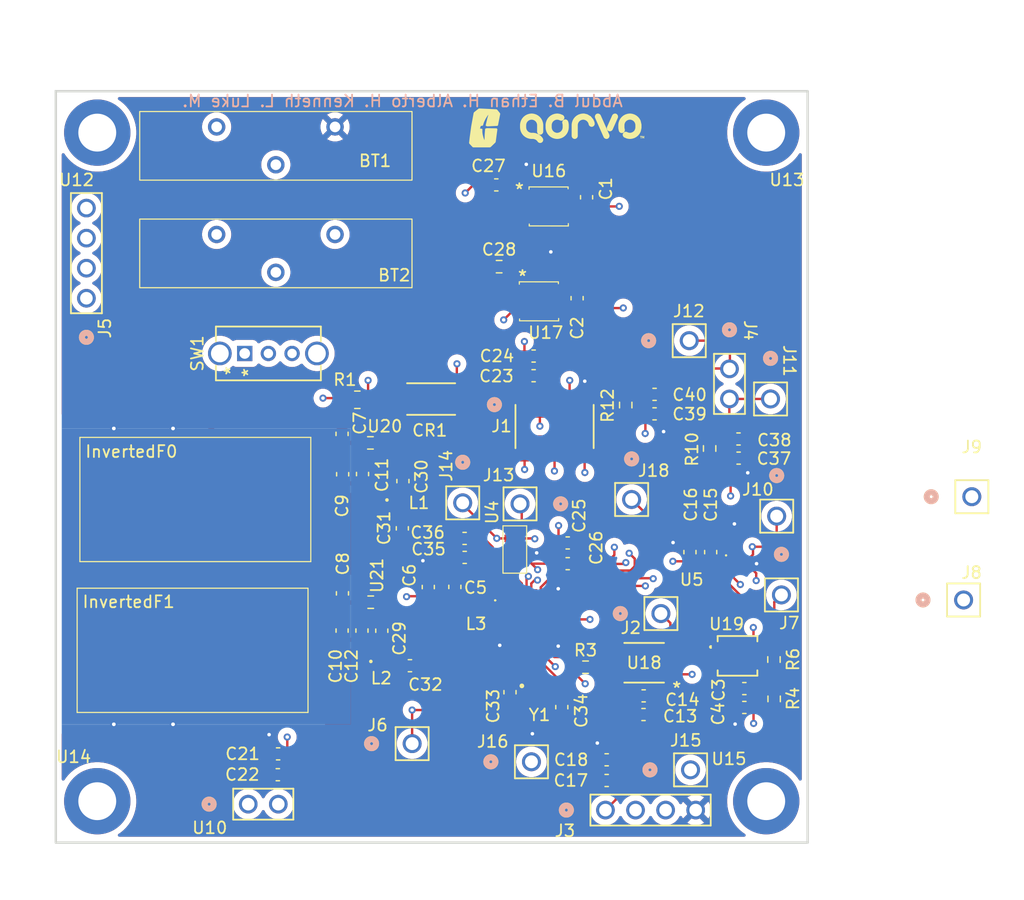
<source format=kicad_pcb>
(kicad_pcb (version 20241229) (generator "pcbnew") (generator_version "9.0")
  (layers (0 "F.Cu" signal) (4 "In1.Cu" power) (6 "In2.Cu" signal) (8 "In3.Cu" signal) (10 "In4.Cu" power) (2 "B.Cu" signal) (13 "F.Paste" user) (15 "B.Paste" user) (5 "F.SilkS" user "F.Silkscreen") (7 "B.SilkS" user "B.Silkscreen") (1 "F.Mask" user) (3 "B.Mask" user) (25 "Edge.Cuts" user))
  (net 0 "")
  (net 1 "Net-(BT1-Pad1_2)")
  (net 2 "GND")
  (net 3 "Net-(BT2-Pad1_2)")
  (net 4 "/V_Source2")
  (net 5 "/JTAG_TMS")
  (net 6 "/JTAG_TCK")
  (net 7 "/JTAG_TDO")
  (net 8 "/JTAG_TDI")
  (net 9 "/JTAG_nRESET")
  (net 10 "/V_Source1")
  (net 11 "/DB_GPIO")
  (net 12 "/QPG_RX")
  (net 13 "Net-(U3-LXL_GPIO20)")
  (net 14 "Net-(U3-LXH_GPIO19)")
  (net 15 "Net-(U5-VO+)")
  (net 16 "Net-(U5-VO-)")
  (net 17 "/X32MN_CRYSTAL")
  (net 18 "Net-(C38-Pad1)")
  (net 19 "/CLOCK")
  (net 20 "Net-(U3-VDDANA)")
  (net 21 "/SHUTDOWN")
  (net 22 "Net-(U3-VDDCORE)")
  (net 23 "/RF0")
  (net 26 "/GNDRF0")
  (net 27 "/DATA")
  (net 29 "/RF1")
  (net 31 "/GNDRF1")
  (net 34 "+5V")
  (net 35 "+3.3V")
  (net 36 "/QPG_TX")
  (net 37 "unconnected-(SW1-Pad1)")
  (net 42 "+6V")
  (net 43 "/SCLK")
  (net 44 "/MOSI")
  (net 45 "Net-(U19--INB)")
  (net 46 "/DAC_OUT")
  (net 47 "/OUTA")
  (net 48 "/OUTB")
  (net 49 "/SYNC")
  (net 51 "Net-(InvertedF0-RF)")
  (net 52 "Net-(C7-Pad2)")
  (net 53 "Net-(C10-Pad1)")
  (net 54 "Net-(InvertedF1-RF)")
  (net 55 "Net-(C11-Pad1)")
  (net 56 "Net-(C10-Pad2)")
  (net 57 "Net-(C29-Pad1)")
  (net 58 "Net-(C30-Pad1)")
  (net 59 "Net-(C40-Pad1)")
  (net 60 "/X32MP_CRYSTAL")
  (footprint "Capacitor_SMD:C_0603_1608Metric" (layer "F.Cu") (at 139.277 97.08 -90)
    (property "Reference" "C10")
    (property "Value" "600S180FT250XT")
  )
  (footprint "MountingHole:MountingHole_3.2mm_M3_DIN965_Pad_TopBottom" (layer "F.Cu") (at 175.1 55)
    (property "Reference" "U13")
    (property "Value" "~")
  )
  (footprint "Resistor_SMD:R_0603_1608Metric" (layer "F.Cu") (at 141.671 81.221)
    (property "Reference" "U20")
    (property "Value" "DNP")
  )
  (footprint "Resistor_SMD:R_0603_1608Metric" (layer "F.Cu") (at 163.2343 78.0217 90)
    (property "Reference" "R12")
    (property "Value" "RC0603JR-070RL")
  )
  (footprint "Test_Header_1POS:CONN_SD-90120-001_01_MOL" (layer "F.Cu") (at 168.598 72.581)
    (property "Reference" "J12")
    (property "Value" "901200121")
  )
  (footprint "8Q_32_000MEEV_T:XTAL_8Q-32.000MEEV-T" (layer "F.Cu") (at 155.511 101.755)
    (property "Reference" "Y1")
    (property "Value" "8Q-32.000MEEV-T")
  )
  (footprint "Capacitor_SMD:C_0603_1608Metric" (layer "F.Cu") (at 155.455 75.543 180)
    (property "Reference" "C23")
    (property "Value" "CL10B104JB8NNNC")
  )
  (footprint "Test_Header_1POS:CONN_SD-90120-001_01_MOL" (layer "F.Cu") (at 149.465 86.287 -90)
    (property "Reference" "J14")
    (property "Value" "901200121")
  )
  (footprint "Resistor_SMD:R_0603_1608Metric" (layer "F.Cu") (at 152.542 66.328 180)
    (property "Reference" "C28")
    (property "Value" "CL10A475KP8NNNC")
  )
  (footprint "Test_Header_1POS:CONN_SD-90120-001_01_MOL" (layer "F.Cu") (at 192.4659 85.7684)
    (property "Reference" "J9")
    (property "Value" "901200121")
  )
  (footprint "Capacitor_SMD:C_0603_1608Metric" (layer "F.Cu") (at 144.365 88.442 -90)
    (property "Reference" "C31")
    (property "Value" "600S2R2AT250XT4K")
  )
  (footprint "Capacitor_SMD:C_0603_1608Metric" (layer "F.Cu") (at 145.009 100.049)
    (property "Reference" "C32")
    (property "Value" "600S2R2AT250XT4K")
  )
  (footprint "Capacitor_SMD:C_0603_1608Metric" (layer "F.Cu") (at 172.769 82.508)
    (property "Reference" "C37")
    (property "Value" "DNP")
  )
  (footprint "Test_Header_1POS:CONN_SD-90120-001_01_MOL" (layer "F.Cu") (at 191.771 94.495)
    (property "Reference" "J8")
    (property "Value" "901200121")
  )
  (footprint "Capacitor_SMD:C_0603_1608Metric" (layer "F.Cu") (at 168.6583 90.4517 -90)
    (property "Reference" "C16")
    (property "Value" "CL10B105KP8NNNC")
  )
  (footprint "Capacitor_SMD:C_0603_1608Metric" (layer "F.Cu") (at 173.253 103.579)
    (property "Reference" "C4")
    (property "Value" "CL10B105KP8NNNC")
  )
  (footprint "DAC6551AQDGKRQ1:DGK8_TEX" (layer "F.Cu") (at 164.789 99.801 180)
    (property "Reference" "U18")
    (property "Value" "DAC6551AQDGKRQ1")
  )
  (footprint "Capacitor_SMD:C_0603_1608Metric" (layer "F.Cu") (at 153.459 102.29 -90)
    (property "Reference" "C33")
    (property "Value" "DNP")
  )
  (footprint "Capacitor_SMD:C_0603_1608Metric" (layer "F.Cu") (at 157.836 103.552 -90)
    (property "Reference" "C34")
    (property "Value" "DNP")
  )
  (footprint "Test_Header_1POS:CONN_SD-90120-001_01_MOL" (layer "F.Cu") (at 175.983 87.41 -90)
    (property "Reference" "J10")
    (property "Value" "901200121")
  )
  (footprint "MountingHole:MountingHole_3.2mm_M3_DIN965_Pad_TopBottom" (layer "F.Cu") (at 118.6 55)
    (property "Reference" "U12")
    (property "Value" "~")
  )
  (footprint "MountingHole:MountingHole_3.2mm_M3_DIN965_Pad_TopBottom" (layer "F.Cu") (at 118.6 111.5)
    (property "Reference" "U14")
    (property "Value" "~")
  )
  (footprint "Resistor_SMD:R_0603_1608Metric" (layer "F.Cu") (at 170.321 81.693 90)
    (property "Reference" "R10")
    (property "Value" "RC0603JR-070RL")
  )
  (footprint "Speaker Header:CONN_SD-4030-0001_02_MOL" (layer "F.Cu") (at 171.997 74.966 -90)
    (property "Reference" "J4")
    (property "Value" "22032021")
  )
  (footprint "Capacitor_SMD:C_0603_1608Metric" (layer "F.Cu") (at 164.737 104.177)
    (property "Reference" "C13")
    (property "Value" "CL10B104JB8NNNC")
  )
  (footprint "22032041:CONN_SD-4030-0001_04_MOL" (layer "F.Cu") (at 161.5219 112.25)
    (property "Reference" "J3")
    (property "Value" "22032041")
  )
  (footprint "Test_Header_1POS:CONN_SD-90120-001_01_MOL" (layer "F.Cu") (at 168.7099 108.8504)
    (property "Reference" "J15")
    (property "Value" "901200121")
  )
  (footprint "Capacitor_SMD:C_0603_1608Metric" (layer "F.Cu") (at 149.627 89.294 180)
    (property "Reference" "C36")
    (property "Value" "CL10A475KP8NNNC")
  )
  (footprint "Team_Names:Untitled" (layer "F.Cu") (at 160.118 44.043)
    (property "Reference" "TeamNames2" (hide yes))
    (property "Value" "~" (hide yes))
  )
  (footprint "Resistor_SMD:R_0603_1608Metric" (layer "F.Cu") (at 159.841 100.177)
    (property "Reference" "R3")
    (property "Value" "RC0603JR-070RL")
  )
  (footprint "Inductor 2.9 nH:Untitled" (layer "F.Cu") (at 143.417 86.394)
    (property "Reference" "L1")
    (property "Value" "MHQ0402PSA2N9ST000")
  )
  (footprint "Capacitor_SMD:C_0603_1608Metric" (layer "F.Cu") (at 161.625 108)
    (property "Reference" "C18")
    (property "Value" "CL10B105KP8NNNC")
  )
  (footprint "Test_Header_1POS:CONN_SD-90120-001_01_MOL" (layer "F.Cu") (at 145.196 106.635)
    (property "Reference" "J6")
    (property "Value" "901200121")
  )
  (footprint "Capacitor_SMD:C_0603_1608Metric" (layer "F.Cu") (at 172.76 80.889)
    (property "Reference" "C38")
    (property "Value" "DNP")
  )
  (footprint "Capacitor_SMD:C_0603_1608Metric" (layer "F.Cu") (at 152.302 59.418 180)
    (property "Reference" "C27")
    (property "Value" "CL10A475KP8NNNC")
  )
  (footprint "Capacitor_SMD:C_0603_1608Metric" (layer "F.Cu") (at 146.5583 93.4017 -90)
    (property "Reference" "C6")
    (property "Value" "CL10B105KP8NNNC")
  )
  (footprint "Resistor_SMD:R_0603_1608Metric" (layer "F.Cu") (at 175.77 102.853 90)
    (property "Reference" "R4")
    (property "Value" "RC0603FR-0710KL")
  )
  (footprint "Antenna:InvertedF" (layer "F.Cu") (at 126.6333 86.2542 180)
    (property "Reference" "InvertedF0")
    (property "Value" "~")
  )
  (footprint "Capacitor_SMD:C_0603_1608Metric" (layer "F.Cu") (at 133.875 107.5)
    (property "Reference" "C21")
    (property "Value" "CL10B104JB8NNNC")
  )
  (footprint "Inductor 3.3 uH:INDC1608X95N" (layer "F.Cu") (at 148.148 96.553)
    (property "Reference" "L3")
    (property "Value" "~")
  )
  (footprint "Capacitor_SMD:C_0603_1608Metric" (layer "F.Cu") (at 149.634 90.897 180)
    (property "Reference" "C35")
    (property "Value" "CL10A225KO8NNNC")
  )
  (footprint "Capacitor_SMD:C_0603_1608Metric" (layer "F.Cu") (at 139.309 93.935 -90)
    (property "Reference" "C8")
    (property "Value" "600S180FT250XT")
  )
  (footprint "Capacitor_SMD:C_0603_1608Metric" (layer "F.Cu") (at 165.671 77.12)
    (property "Reference" "C40")
    (property "Value" "DNP")
  )
  (footprint "LDO40LPU33RY:DFN6_3X3_STM" (layer "F.Cu") (at 155.917 69.267999)
    (property "Reference" "U17")
    (property "Value" "LDO40LPU33RY")
  )
  (footprint "Capacitor_SMD:C_0603_1608Metric" (layer "F.Cu") (at 164.75 102.598)
    (property "Reference" "C14")
    (property "Value" "CL10B105KP8NNNC")
  )
  (footprint "TPA2034D1:YZF9" (layer "F.Cu") (at 172.4083 91.4267)
    (property "Reference" "U5")
    (property "Value" "~")
  )
  (footprint "Capacitor_SMD:C_0603_1608Metric" (layer "F.Cu") (at 141.005 83.853 90)
    (property "Reference" "C11")
    (property "Value" "600S1R8BT250XT")
  )
  (footprint "Test_Header_1POS:CONN_SD-90120-001_01_MOL" (layer "F.Cu") (at 154.3081 86.3736 180)
    (property "Reference" "J13")
    (property "Value" "901200121")
  )
  (footprint "Capacitor_SMD:C_0603_1608Metric" (layer "F.Cu") (at 159.127 68.993 90)
    (property "Reference" "C2")
    (property "Value" "CL10A106KP8NNNC")
  )
  (footprint "22032041:CONN_SD-4030-0001_04_MOL" (layer "F.Cu") (at 117.6833 68.9967 90)
    (property "Reference" "J5")
    (property "Value" "22032041")
  )
  (footprint "Test_Header_1POS:CONN_SD-90120-001_01_MOL" (layer "F.Cu") (at 176.3846 94.0679 -90)
    (property "Reference" "J7")
    (property "Value" "901200121")
  )
  (footprint "Resistor_SMD:R_0603_1608Metric" (layer "F.Cu") (at 175.754 99.527 -90)
    (property "Reference" "R6")
    (property "Value" "RC0603FR-0710KL")
  )
  (footprint "1775485-1:BAT_1775485-1" (layer "F.Cu") (at 133.6833 56.1167 180)
    (property "Reference" "BT1")
    (property "Value" "1775485-1")
  )
  (footprint "Antenna:InvertedF" (layer "F.Cu") (at 126.4 99 180)
    (property "Reference" "InvertedF1")
    (property "Value" "~")
  )
  (footprint "Capacitor_SMD:C_0603_1608Metric" (layer "F.Cu") (at 170.4083 90.4517 -90)
    (property "Reference" "C15")
    (property "Value" "CL10B104JB8NNNC")
  )
  (footprint "Speaker Header:CONN_SD-4030-0001_02_MOL" (layer "F.Cu") (at 131.35 111.75)
    (property "Reference" "U10")
    (property "Value" "22032021")
  )
  (footprint "Test_Header_1POS:CONN_SD-90120-001_01_MOL" (layer "F.Cu") (at 175.4656 77.5079 -90)
    (property "Reference" "J11")
    (property "Value" "901200121")
  )
  (footprint "Capacitor_SMD:C_0603_1608Metric" (layer "F.Cu") (at 144.416 84.448 90)
    (property "Reference" "C30")
    (property "Value" "600S1R5BT250XT4K")
  )
  (footprint "Diode CMS11:M-FLAT_TOS-M" (layer "F.Cu") (at 144.6253 77.515)
    (property "Reference" "CR1")
    (property "Value" "CMS11TE12L_Q_M")
  )
  (footprint "Test_Header_1POS:CONN_SD-90120-001_01_MOL" (layer "F.Cu") (at 166.206 95.643)
    (property "Reference" "J2")
    (property "Value" "901200121")
  )
  (footprint "Capacitor_SMD:C_0603_1608Metric" (layer "F.Cu") (at 155.455 73.881 180)
    (property "Reference" "C24")
    (property "Value" "CL10B105KP8NNNC")
  )
  (footprint "Resistor_SMD:R_0805_2012Metric" (layer "F.Cu") (at 140.5658 77.5767)
    (property "Reference" "R1")
    (property "Value" "CRCW08051R00FKEAHP")
  )
  (footprint "Capacitor_SMD:C_0603_1608Metric" (layer "F.Cu") (at 139.325 83.869 -90)
    (property "Reference" "C9")
    (property "Value" "600S180FT250XT")
  )
  (footprint "OPA1612AIDRGT:DRG8_1P2X2P0_TEX" (layer "F.Cu") (at 172.675 99.217001)
    (property "Reference" "U19")
    (property "Value" "OPA1612AIDRGT")
  )
  (footprint "Capacitor_SMD:C_0603_1608Metric" (layer "F.Cu") (at 133.85 109.26)
    (property "Reference" "C22")
    (property "Value" "CL10B105KP8NNNC")
  )
  (footprint "Capacitor_SMD:C_0603_1608Metric" (layer "F.Cu") (at 158.3333 89.6767 180)
    (property "Reference" "C25")
    (property "Value" "CL10B104JB8NNNC")
  )
  (footprint "Capacitor_SMD:C_0603_1608Metric" (layer "F.Cu") (at 165.67 78.765)
    (property "Reference" "C39")
    (property "Value" "DNP")
  )
  (footprint "Capacitor_SMD:C_0603_1608Metric" (layer "F.Cu") (at 173.252 101.984)
    (property "Reference" "C3")
    (property "Value" "CL10B104JB8NNNC")
  )
  (footprint "Test_Header_1POS:CONN_SD-90120-001_01_MOL" (layer "F.Cu") (at 163.7326 86.0029 -90)
    (property "Reference" "J18")
    (property "Value" "901200121")
  )
  (footprint "Test_Header_1POS:CONN_SD-90120-001_01_MOL" (layer "F.Cu") (at 155.2709 108.1694)
    (property "Reference" "J16")
    (property "Value" "901200121")
  )
  (footprint "Resistor_SMD:R_0603_1608Metric" (layer "F.Cu") (at 141.696 94.682)
    (property "Reference" "U21")
    (property "Value" "DNP")
  )
  (footprint "Capacitor_SMD:C_0603_1608Metric" (layer "F.Cu") (at 161.625 109.75)
    (property "Reference" "C17")
    (property "Value" "CL10B104JB8NNNC")
  )
  (footprint "Capacitor_SMD:C_0603_1608Metric" (layer "F.Cu") (at 140.956 97.081 90)
    (property "Reference" "C12")
    (property "Value" "600S1R8BT250XT")
  )
  (footprint "MountingHole:MountingHole_3.2mm_M3_DIN965_Pad_TopBottom" (layer "F.Cu") (at 175.1 111.5)
    (property "Reference" "U15")
    (property "Value" "~")
  )
  (footprint "LDO40LPU33RY:DFN6_3X3_STM" (layer "F.Cu") (at 156.737 61.248)
    (property "Reference" "U16")
    (property "Value" "LDO40LPU55RY")
  )
  (footprint "Power Switch:SPDT_OS102011_CNK" (layer "F.Cu") (at 131.0533 73.662499 90)
    (property "Reference" "SW1")
    (property "Value" "OS102011MS2QN1")
  )
  (footprint "Capacitor_SMD:C_0603_1608Metric" (layer "F.Cu") (at 139.275 80.458 -90)
    (property "Reference" "C7")
    (property "Value" "600S180FT250XT")
  )
  (footprint "QPG6200L:QPG6200LSR" (layer "F.Cu") (at 153.0333 94.5267)
    (property "Reference" "U3" (hide yes))
    (property "Value" "~" (hide yes))
  )
  (footprint "Inductor 2.9 nH:Untitled" (layer "F.Cu") (at 142.0585 100.039)
    (property "Reference" "L2")
    (property "Value" "MHQ0402PSA2N9ST000")
  )
  (footprint "Capacitor_SMD:C_0603_1608Metric" (layer "F.Cu") (at 148.802 93.391 -90)
    (property "Reference" "C5")
    (property "Value" "CL10B104JB8NNNC")
  )
  (footprint "Capacitor_SMD:C_0603_1608Metric" (layer "F.Cu") (at 142.633 97.091 90)
    (property "Reference" "C29")
    (property "Value" "600S1R5BT250XT4K")
  )
  (footprint "Capacitor_SMD:C_0603_1608Metric" (layer "F.Cu") (at 158.3333 91.4267 180)
    (property "Reference" "C26")
    (property "Value" "CL10B105KP8NNNC")
  )
  (footprint "1775485-1:BAT_1775485-1" (layer "F.Cu") (at 133.6833 65.2067 180)
    (property "Reference" "BT2")
    (property "Value" "1775485-1")
  )
  (footprint "GRPB052VWQS-RC:CONN_GRPB052_SUL" (layer "F.Cu") (at 154.6833 77.9867)
    (property "Reference" "J1")
    (property "Value" "GRPB052VWQS-RC")
  )
  (footprint "SPG08P4HM4H-1:SPG08P4HM4H-1" (layer "F.Cu") (at 154.4516 91.1694)
    (property "Reference" "U4")
    (property "Value" "~")
  )
  (footprint "Capacitor_SMD:C_0603_1608Metric" (layer "F.Cu") (at 159.927 60.463 -90)
    (property "Reference" "C1")
    (property "Value" "CL10A106KP8NNNC")
  )
  (gr_poly (pts (xy 158.002116 53.757995) (xy 158.002116 53.710598) (xy 157.971915 53.629293) (xy 157.909355 53.562745) (xy 157.679917 53.468612) (xy 157.503387 53.438564) (xy 157.397697 53.438564) (xy 157.257159 53.457462) (xy 157.082534 53.511615) (xy 156.924622 53.597314) (xy 156.786954 53.710878) (xy 156.673391 53.848546) (xy 156.587691 54.006457) (xy 156.533538 54.181057) (xy 156.514793 54.321618) (xy 156.516779 54.601618) (xy 156.533538 54.741782) (xy 156.587691 54.916242) (xy 156.673391 55.074164) (xy 156.786954 55.211832) (xy 156.924622 55.32538) (xy 157.082534 55.411095) (xy 157.257159 55.465253) (xy 157.397697 55.48413) (xy 157.491245 55.48413) (xy 157.631834 55.465116) (xy 157.806434 55.410958) (xy 157.96432 55.325243) (xy 158.102014 55.211832) (xy 158.215577 55.074164) (xy 158.301277 54.916242) (xy 158.35543 54.741782) (xy 158.374429 54.601221) (xy 158.374429 54.331953) (xy 158.362059 54.222129) (xy 158.336024 54.104857) (xy 158.298229 54.020783) (xy 158.253042 53.975038) (xy 158.195283 53.944989) (xy 158.145549 53.934245) (xy 158.108618 53.934245) (xy 158.047455 53.950654) (xy 157.980881 53.995586) (xy 157.936101 54.062134) (xy 157.919693 54.12317) (xy 157.919693 54.167761) (xy 157.932926 54.21743) (xy 157.955938 54.327544) (xy 157.955938 54.580137) (xy 157.945448 54.657444) (xy 157.915705 54.753357) (xy 157.868588 54.840311) (xy 157.806155 54.915968) (xy 157.730513 54.978391) (xy 157.643544 55.025518) (xy 157.547633 55.055287) (xy 157.418805 55.072741) (xy 157.341462 55.055287) (xy 157.24545 55.025518) (xy 157.158607 54.978391) (xy 157.082966 54.915968) (xy 157.02038 54.840311) (xy 156.973263 54.753357) (xy 156.943494 54.657444) (xy 156.933157 54.580137) (xy 156.933157 54.342703) (xy 156.943494 54.265385) (xy 156.973263 54.169348) (xy 157.02038 54.08253) (xy 157.082966 54.006864) (xy 157.158607 53.944456) (xy 157.24545 53.897314) (xy 157.341462 53.867418) (xy 157.418805 53.85708) (xy 157.466734 53.85708) (xy 157.573135 53.873336) (xy 157.671662 53.909582) (xy 157.689823 53.91964) (xy 157.767166 53.94692) (xy 157.813317 53.94692) (xy 157.874379 53.930384) (xy 157.940775 53.885604) (xy 157.98558 53.819056)) (stroke (width 0.1)) (fill yes) (layer "F.SilkS"))
  (gr_line (start 159.691038 53.856953) (end 159.826648 53.889744) (stroke (width 0.02)) (layer "F.SilkS"))
  (gr_line (start 162.330936 53.438564) (end 162.251155 53.453855) (stroke (width 0.02)) (layer "F.SilkS"))
  (gr_line (start 160.549405 54.132975) (end 160.452835 53.905721) (stroke (width 0.02)) (layer "F.SilkS"))
  (gr_line (start 161.969342 54.826943) (end 162.038099 54.782846) (stroke (width 0.02)) (layer "F.SilkS"))
  (gr_line (start 164.756006 55.323096) (end 164.754506 55.355401) (stroke (width 0.01)) (layer "F.SilkS"))
  (gr_line (start 155.279926 55.065759) (end 155.280341 55.065759) (stroke (width 0.02)) (layer "F.SilkS"))
  (gr_line (start 159.118166 55.356109) (end 159.134702 55.295065) (stroke (width 0.02)) (layer "F.SilkS"))
  (gr_line (start 164.628544 55.304024) (end 164.641218 55.290377) (stroke (width 0.02)) (layer "F.SilkS"))
  (gr_line (start 164.583611 55.31904) (end 164.548762 55.31904) (stroke (width 0.02)) (layer "F.SilkS"))
  (gr_line (start 158.925533 55.48413) (end 158.945802 55.48413) (stroke (width 0.02)) (layer "F.SilkS"))
  (gr_line (start 160.819509 53.448089) (end 160.800916 53.456344) (stroke (width 0.02)) (layer "F.SilkS"))
  (gr_line (start 163.045463 55.103519) (end 163.029055 55.164563) (stroke (width 0.02)) (layer "F.SilkS"))
  (gr_line (start 157.919693 54.153219) (end 157.919693 54.143567) (stroke (width 0.02)) (layer "F.SilkS"))
  (gr_line (start 164.098141 54.579862) (end 164.087676 54.65717) (stroke (width 0.02)) (layer "F.SilkS"))
  (gr_line (start 156.933157 54.368608) (end 156.933157 54.554371) (stroke (width 0.02)) (layer "F.SilkS"))
  (gr_line (start 164.515412 55.31904) (end 164.515133 55.31904) (stroke (width 0.02)) (layer "F.SilkS"))
  (gr_line (start 159.645953 53.856953) (end 159.691038 53.856953) (stroke (width 0.02)) (layer "F.SilkS"))
  (gr_line (start 154.375659 54.181057) (end 154.356779 54.321618) (stroke (width 0.02)) (layer "F.SilkS"))
  (gr_line (start 163.085672 54.265106) (end 163.11544 54.169195) (stroke (width 0.02)) (layer "F.SilkS"))
  (gr_line (start 156.156084 55.763185) (end 156.200443 55.69635) (stroke (width 0.02)) (layer "F.SilkS"))
  (gr_line (start 160.695227 53.737878) (end 161.409983 55.354181) (stroke (width 0.02)) (layer "F.SilkS"))
  (gr_line (start 164.639136 55.468834) (end 164.628544 55.457534) (stroke (width 0.02)) (layer "F.SilkS"))
  (gr_line (start 164.628544 55.308708) (end 164.628544 55.304024) (stroke (width 0.02)) (layer "F.SilkS"))
  (gr_line (start 157.945448 54.657444) (end 157.955938 54.580137) (stroke (width 0.02)) (layer "F.SilkS"))
  (gr_line (start 156.087182 55.809487) (end 156.105924 55.80163) (stroke (width 0.02)) (layer "F.SilkS"))
  (gr_line (start 152.207277 55.738655) (end 152.286081 55.105784) (stroke (width 0.015)) (layer "F.SilkS"))
  (gr_line (start 163.029055 55.184962) (end 163.029055 55.211969) (stroke (width 0.02)) (layer "F.SilkS"))
  (gr_line (start 158.732747 55.356109) (end 158.777527 55.42267) (stroke (width 0.02)) (layer "F.SilkS"))
  (gr_line (start 164.476245 55.291619) (end 164.480284 55.291619) (stroke (width 0.02)) (layer "F.SilkS"))
  (gr_line (start 157.082534 55.411095) (end 156.924622 55.32538) (stroke (width 0.02)) (layer "F.SilkS"))
  (gr_line (start 154.775289 54.58) (end 154.775289 54.554508) (stroke (width 0.02)) (layer "F.SilkS"))
  (gr_line (start 158.215577 55.074164) (end 158.102014 55.211832) (stroke (width 0.02)) (layer "F.SilkS"))
  (gr_line (start 164.690291 55.430249) (end 164.657906 55.357351) (stroke (width 0.02)) (layer "F.SilkS"))
  (gr_line (start 156.208317 55.554961) (end 156.200595 55.536221) (stroke (width 0.02)) (layer "F.SilkS"))
  (gr_line (start 163.948205 54.00661) (end 164.010765 54.082251) (stroke (width 0.02)) (layer "F.SilkS"))
  (gr_line (start 152.298862 53.07815) (end 150.870251 53.009479) (stroke (width 0.015)) (layer "F.SilkS"))
  (gr_line (start 161.437567 54.375497) (end 161.306376 54.078797) (stroke (width 0.02)) (layer "F.SilkS"))
  (gr_line (start 164.774594 55.468834) (end 164.771165 55.468834) (stroke (width 0.02)) (layer "F.SilkS"))
  (gr_line (start 155.387 55.065759) (end 155.279926 55.065759) (stroke (width 0.02)) (layer "F.SilkS"))
  (gr_curve (pts (xy 150.874326 54.711902) (xy 150.862207 54.712494) (xy 150.853676 54.703091) (xy 150.856009 54.69167)) (stroke (width 0.015)) (layer "F.SilkS"))
  (gr_line (start 155.279926 55.484268) (end 155.279926 55.484684) (stroke (width 0.02)) (layer "F.SilkS"))
  (gr_poly (pts (xy 156.027515 55.125012) (xy 156.088698 55.108477) (xy 156.155119 55.063555) (xy 156.199909 54.996994) (xy 156.216445 54.93581) (xy 156.216445 54.321618) (xy 156.197425 54.181057) (xy 156.143267 54.00661) (xy 156.057555 53.848546) (xy 155.944004 53.710878) (xy 155.806476 53.597314) (xy 155.648552 53.511615) (xy 155.473955 53.457462) (xy 155.333396 53.438564) (xy 155.239828 53.438564) (xy 155.099266 53.457462) (xy 154.924669 53.511615) (xy 154.766745 53.597314) (xy 154.629082 53.710878) (xy 154.515529 53.848546) (xy 154.429814 54.00661) (xy 154.375659 54.181057) (xy 154.356779 54.321618) (xy 154.356779 54.601084) (xy 154.375384 54.740954) (xy 154.429126 54.914863) (xy 154.514152 55.072373) (xy 154.626877 55.209627) (xy 154.76344 55.323176) (xy 154.92026 55.409302) (xy 155.093615 55.464148) (xy 155.233351 55.483853) (xy 155.419385 55.48413) (xy 155.516949 55.499426) (xy 155.638079 55.546279) (xy 155.744048 55.622624) (xy 155.811162 55.697727) (xy 155.833485 55.733585) (xy 155.877858 55.780823) (xy 155.941663 55.814996) (xy 156.013595 55.825334) (xy 156.070093 55.816515) (xy 156.105924 55.80163) (xy 156.156084 55.763185) (xy 156.200443 55.69635) (xy 156.216445 55.617663) (xy 156.208317 55.554961) (xy 156.183509 55.503561) (xy 156.150161 55.450369) (xy 156.029031 55.315873) (xy 155.838307 55.178759) (xy 155.620576 55.093869) (xy 155.445293 55.065343) (xy 155.254849 55.066702) (xy 155.178367 55.054182) (xy 155.083419 55.023727) (xy 154.997705 54.976186) (xy 154.923016 54.913763) (xy 154.861279 54.838381) (xy 154.81484 54.751978) (xy 154.785488 54.656756) (xy 154.775289 54.567254) (xy 154.775289 54.342703) (xy 154.785627 54.265385) (xy 154.815391 54.169475) (xy 154.862521 54.08253) (xy 154.925083 54.006864) (xy 155.000735 53.944304) (xy 155.087555 53.897187) (xy 155.183602 53.867418) (xy 155.26091 53.85708) (xy 155.312451 53.85708) (xy 155.389759 53.867418) (xy 155.485669 53.897187) (xy 155.572623 53.944304) (xy 155.648277 54.006864) (xy 155.7107 54.08253) (xy 155.757833 54.169475) (xy 155.787596 54.265385) (xy 155.798071 54.342703) (xy 155.798071 54.936087) (xy 155.814467 54.997268) (xy 155.859255 55.063692) (xy 155.925815 55.108477) (xy 155.986862 55.125012)) (stroke (width 0.1)) (fill yes) (layer "F.SilkS"))
  (gr_line (start 162.526872 53.718726) (end 162.537108 53.654642) (stroke (width 0.02)) (layer "F.SilkS"))
  (gr_line (start 157.02038 54.08253) (end 156.973263 54.169348) (stroke (width 0.02)) (layer "F.SilkS"))
  (gr_line (start 163.689658 55.05515) (end 163.612366 55.06562) (stroke (width 0.02)) (layer "F.SilkS"))
  (gr_line (start 160.35728 54.461211) (end 160.377574 54.461211) (stroke (width 0.02)) (layer "F.SilkS"))
  (gr_line (start 156.150161 55.450369) (end 156.029031 55.315873) (stroke (width 0.02)) (layer "F.SilkS"))
  (gr_line (start 164.057907 54.169195) (end 164.087676 54.265106) (stroke (width 0.02)) (layer "F.SilkS"))
  (gr_line (start 150.856009 54.69167) (end 150.955115 54.397834) (stroke (width 0.015)) (layer "F.SilkS"))
  (gr_line (start 156.514641 54.601221) (end 156.514641 54.554371) (stroke (width 0.02)) (layer "F.SilkS"))
  (gr_line (start 159.284104 53.511462) (end 159.126167 53.597187) (stroke (width 0.02)) (layer "F.SilkS"))
  (gr_line (start 157.44456 55.065759) (end 157.470341 55.065759) (stroke (width 0.02)) (layer "F.SilkS"))
  (gr_line (start 163.075334 54.368334) (end 163.075334 54.342426) (stroke (width 0.02)) (layer "F.SilkS"))
  (gr_line (start 164.443479 54.916105) (end 164.497632 54.741505) (stroke (width 0.02)) (layer "F.SilkS"))
  (gr_line (start 158.253042 53.975038) (end 158.298229 54.020783) (stroke (width 0.02)) (layer "F.SilkS"))
  (gr_line (start 156.105924 55.80163) (end 156.156084 55.763185) (stroke (width 0.02)) (layer "F.SilkS"))
  (gr_line (start 164.649756 55.307944) (end 164.701256 55.427249) (stroke (width 0.01)) (layer "F.SilkS"))
  (gr_line (start 154.356779 54.368608) (end 154.356779 54.554508) (stroke (width 0.02)) (layer "F.SilkS"))
  (gr_line (start 158.35543 54.741782) (end 158.301277 54.916242) (stroke (width 0.02)) (layer "F.SilkS"))
  (gr_line (start 164.642742 55.468834) (end 164.639136 55.468834) (stroke (width 0.02)) (layer "F.SilkS"))
  (gr_line (start 163.111453 54.769478) (end 163.106779 54.740266) (stroke (width 0.02)) (layer "F.SilkS"))
  (gr_line (start 164.098141 54.368334) (end 164.098141 54.554092) (stroke (width 0.02)) (layer "F.SilkS"))
  (gr_line (start 162.65697 54.554092) (end 162.65697 54.590612) (stroke (width 0.02)) (layer "F.SilkS"))
  (gr_line (start 157.689823 53.91964) (end 157.671662 53.909582) (stroke (width 0.02)) (layer "F.SilkS"))
  (gr_line (start 161.838582 54.234245) (end 161.76952 54.390244) (stroke (width 0.02)) (layer "F.SilkS"))
  (gr_line (start 157.697417 53.923907) (end 157.689823 53.91964) (stroke (width 0.02)) (layer "F.SilkS"))
  (gr_poly (pts (xy 163.090218 55.036956) (xy 163.156792 54.99217) (xy 163.21798 54.975775) (xy 163.262202 54.975775) (xy 163.337602 55.000852) (xy 163.359636 55.013477) (xy 163.458036 55.049221) (xy 163.554479 55.06562) (xy 163.612366 55.06562) (xy 163.689658 55.05515) (xy 163.785721 55.025381) (xy 163.872538 54.978254) (xy 163.994144 54.877933) (xy 164.010765 54.840035) (xy 164.057907 54.75322) (xy 164.087676 54.65717) (xy 164.098141 54.579862) (xy 164.098141 54.342426) (xy 164.087676 54.265106) (xy 164.057907 54.169195) (xy 164.010765 54.082251) (xy 163.948205 54.00661) (xy 163.872538 53.944177) (xy 163.785721 53.897034) (xy 163.689658 53.867291) (xy 163.612366 53.856953) (xy 163.560829 53.856953) (xy 163.483537 53.867291) (xy 163.387627 53.897034) (xy 163.300657 53.944177) (xy 163.225016 54.00661) (xy 163.162583 54.082251) (xy 163.11544 54.169195) (xy 163.085672 54.265106) (xy 163.075334 54.342426) (xy 163.075334 54.591618) (xy 163.098245 54.705265) (xy 163.111453 54.769478) (xy 163.111453 54.799522) (xy 163.094917 54.860568) (xy 163.050162 54.927129) (xy 162.983716 54.971914) (xy 162.912393 54.988449) (xy 162.835837 54.977565) (xy 162.77823 54.947522) (xy 162.732891 54.901772) (xy 162.70838 54.859054) (xy 162.669112 54.700441) (xy 162.65697 54.590612) (xy 162.65697 54.321344) (xy 162.675843 54.180778) (xy 162.729995 54.00633) (xy 162.81572 53.848393) (xy 162.929284 53.710878) (xy 163.066799 53.597314) (xy 163.224737 53.511615) (xy 163.399336 53.457462) (xy 163.539874 53.438564) (xy 163.633473 53.438564) (xy 163.774012 53.457309) (xy 163.948611 53.511462) (xy 164.106548 53.597187) (xy 164.244191 53.710725) (xy 164.357754 53.848393) (xy 164.443479 54.00633) (xy 164.516657 54.321481) (xy 164.516657 54.600947) (xy 164.470556 54.828805) (xy 164.443479 54.916105) (xy 164.357754 55.074027) (xy 164.244191 55.211695) (xy 164.106548 55.325243) (xy 163.948611 55.410958) (xy 163.774012 55.465116) (xy 163.633473 55.48413) (xy 163.527784 55.48413) (xy 163.351254 55.453953) (xy 163.12179 55.359833) (xy 163.059078 55.293275) (xy 163.029055 55.211969) (xy 163.029055 55.164563) (xy 163.045463 55.103519)) (stroke (width 0.1)) (fill yes) (layer "F.SilkS"))
  (gr_line (start 159.826648 53.889744) (end 159.978896 53.980143) (stroke (width 0.02)) (layer "F.SilkS"))
  (gr_line (start 164.771756 55.452773) (end 164.770756 55.293725) (stroke (width 0.01)) (layer "F.SilkS"))
  (gr_line (start 164.645598 55.319144) (end 164.697098 55.438449) (stroke (width 0.01)) (layer "F.SilkS"))
  (gr_line (start 164.531256 55.304749) (end 164.531256 55.459249) (stroke (width 0.01)) (layer "F.SilkS"))
  (gr_curve (pts (xy 150.955115 54.397834) (xy 150.957344 54.387004) (xy 150.968417 54.378716) (xy 150.9797 54.379447)) (stroke (width 0.015)) (layer "F.SilkS"))
  (gr_line (start 155.26091 53.85708) (end 155.28668 53.85708) (stroke (width 0.02)) (layer "F.SilkS"))
  (gr_line (start 156.197425 54.181057) (end 156.143267 54.00661) (stroke (width 0.02)) (layer "F.SilkS"))
  (gr_line (start 163.333753 54.998647) (end 163.262202 54.975775) (stroke (width 0.02)) (layer "F.SilkS"))
  (gr_line (start 164.516657 55.456846) (end 164.516657 55.45285) (stroke (width 0.02)) (layer "F.SilkS"))
  (gr_line (start 157.940775 53.885604) (end 157.874379 53.930384) (stroke (width 0.02)) (layer "F.SilkS"))
  (gr_line (start 161.608408 55.48413) (end 161.671679 55.474897) (stroke (width 0.02)) (layer "F.SilkS"))
  (gr_curve (pts (xy 151.802252 56.178051) (xy 151.909715 56.076159) (xy 152.075855 55.908452) (xy 152.184538 55.808997)) (stroke (width 0.015)) (layer "F.SilkS"))
  (gr_line (start 155.279926 55.484684) (end 155.387 55.484684) (stroke (width 0.02)) (layer "F.SilkS"))
  (gr_line (start 163.633473 55.48413) (end 163.774012 55.465116) (stroke (width 0.02)) (layer "F.SilkS"))
  (gr_line (start 161.683388 54.62589) (end 161.697028 54.706644) (stroke (width 0.02)) (layer "F.SilkS"))
  (gr_line (start 150.870251 53.009479) (end 150.823658 53.025637) (stroke (width 0.015)) (layer "F.SilkS"))
  (gr_line (start 163.539874 53.438564) (end 163.399336 53.457462) (stroke (width 0.02)) (layer "F.SilkS"))
  (gr_line (start 163.586737 53.856953) (end 163.612366 53.856953) (stroke (width 0.02)) (layer "F.SilkS"))
  (gr_line (start 163.17127 55.387115) (end 163.351254 55.453953) (stroke (width 0.02)) (layer "F.SilkS"))
  (gr_line (start 163.029055 55.164563) (end 163.029055 55.184962) (stroke (width 0.02)) (layer "F.SilkS"))
  (gr_line (start 164.750515 55.306229) (end 164.751607 55.303468) (stroke (width 0.02)) (layer "F.SilkS"))
  (gr_line (start 154.356779 54.321618) (end 154.356779 54.368608) (stroke (width 0.02)) (layer "F.SilkS"))
  (gr_line (start 155.087555 53.897187) (end 155.183602 53.867418) (stroke (width 0.02)) (layer "F.SilkS"))
  (gr_line (start 151.755937 56.19682) (end 151.802252 56.178051) (stroke (width 0.015)) (layer "F.SilkS"))
  (gr_line (start 164.464688 55.301956) (end 164.476245 55.291619) (stroke (width 0.02)) (layer "F.SilkS"))
  (gr_line (start 155.419385 55.48413) (end 155.516949 55.499426) (stroke (width 0.02)) (layer "F.SilkS"))
  (gr_line (start 150.9797 54.379447) (end 151.042346 54.386029) (stroke (width 0.015)) (layer "F.SilkS"))
  (gr_line (start 161.76952 54.390244) (end 161.720599 54.500762) (stroke (width 0.02)) (layer "F.SilkS"))
  (gr_line (start 163.689658 53.867291) (end 163.785721 53.897034) (stroke (width 0.02)) (layer "F.SilkS"))
  (gr_line (start 159.145039 54.265106) (end 159.174808 54.169195) (stroke (width 0.02)) (layer "F.SilkS"))
  (gr_line (start 159.221951 54.082251) (end 159.284485 54.00661) (stroke (width 0.02)) (layer "F.SilkS"))
  (gr_line (start 156.216445 54.321618) (end 156.197425 54.181057) (stroke (width 0.02)) (layer "F.SilkS"))
  (gr_line (start 154.429814 54.00661) (end 154.375659 54.181057) (stroke (width 0.02)) (layer "F.SilkS"))
  (gr_line (start 151.457296 54.387108) (end 151.54404 54.422767) (stroke (width 0.015)) (layer "F.SilkS"))
  (gr_line (start 156.216445 55.617663) (end 156.208317 55.554961) (stroke (width 0.02)) (layer "F.SilkS"))
  (gr_line (start 162.065938 53.720377) (end 161.996901 53.876384) (stroke (width 0.02)) (layer "F.SilkS"))
  (gr_line (start 155.811162 55.697727) (end 155.828663 55.725839) (stroke (width 0.02)) (layer "F.SilkS"))
  (gr_line (start 155.648552 53.511615) (end 155.473955 53.457462) (stroke (width 0.02)) (layer "F.SilkS"))
  (gr_line (start 163.872538 53.944177) (end 163.948205 54.00661) (stroke (width 0.02)) (layer "F.SilkS"))
  (gr_line (start 160.377574 54.461211) (end 160.438738 54.444679) (stroke (width 0.02)) (layer "F.SilkS"))
  (gr_line (start 157.928938 54.205162) (end 157.924265 54.182302) (stroke (width 0.02)) (layer "F.SilkS"))
  (gr_line (start 161.409983 55.354181) (end 161.418416 55.373198) (stroke (width 0.02)) (layer "F.SilkS"))
  (gr_line (start 156.533538 54.181057) (end 156.587691 54.006457) (stroke (width 0.02)) (layer "F.SilkS"))
  (gr_line (start 155.572623 53.944304) (end 155.648277 54.006864) (stroke (width 0.02)) (layer "F.SilkS"))
  (gr_line (start 164.547238 55.320694) (end 164.547238 55.45285) (stroke (width 0.02)) (layer "F.SilkS"))
  (gr_line (start 161.813919 55.26709) (end 161.803429 55.202874) (stroke (width 0.02)) (layer "F.SilkS"))
  (gr_line (start 155.925815 55.108477) (end 155.986862 55.125012) (stroke (width 0.02)) (layer "F.SilkS"))
  (gr_line (start 164.656662 55.357351) (end 164.656662 55.453815) (stroke (width 0.02)) (layer "F.SilkS"))
  (gr_line (start 157.909355 53.562745) (end 157.971915 53.629293) (stroke (width 0.02)) (layer "F.SilkS"))
  (gr_line (start 154.775289 54.368608) (end 154.775289 54.342703) (stroke (width 0.02)) (layer "F.SilkS"))
  (gr_line (start 156.673391 53.848546) (end 156.786954 53.710878) (stroke (width 0.02)) (layer "F.SilkS"))
  (gr_line (start 155.083419 55.023727) (end 154.997705 54.976186) (stroke (width 0.02)) (layer "F.SilkS"))
  (gr_line (start 164.106548 53.597187) (end 163.948611 53.511462) (stroke (width 0.02)) (layer "F.SilkS"))
  (gr_line (start 155.093615 55.464148) (end 155.233351 55.483853) (stroke (width 0.02)) (layer "F.SilkS"))
  (gr_line (start 152.31004 54.685819) (end 151.505595 54.67189) (stroke (width 0.015)) (layer "F.SilkS"))
  (gr_line (start 163.34145 55.003057) (end 163.333753 54.998647) (stroke (width 0.02)) (layer "F.SilkS"))
  (gr_line (start 164.516657 54.321481) (end 164.497632 54.18093) (stroke (width 0.02)) (layer "F.SilkS"))
  (gr_line (start 162.70838 54.859054) (end 162.732891 54.901772) (stroke (width 0.02)) (layer "F.SilkS"))
  (gr_line (start 164.057907 54.75322) (end 164.010765 54.840035) (stroke (width 0.02)) (layer "F.SilkS"))
  (gr_line (start 164.548762 55.31904) (end 164.548331 55.31904) (stroke (width 0.02)) (layer "F.SilkS"))
  (gr_line (start 161.702159 54.542791) (end 161.693574 54.561811) (stroke (width 0.02)) (layer "F.SilkS"))
  (gr_line (start 161.458903 55.424049) (end 161.52822 55.468695) (stroke (width 0.02)) (layer "F.SilkS"))
  (gr_line (start 157.936101 54.062134) (end 157.980881 53.995586) (stroke (width 0.02)) (layer "F.SilkS"))
  (gr_line (start 160.150752 54.285781) (end 160.150879 54.285781) (stroke (width 0.02)) (layer "F.SilkS"))
  (gr_line (start 164.756966 55.457534) (end 164.756966 55.453815) (stroke (width 0.02)) (layer "F.SilkS"))
  (gr_line (start 156.027515 55.125012) (end 156.088698 55.108477) (stroke (width 0.02)) (layer "F.SilkS"))
  (gr_line (start 160.566627 54.252025) (end 160.566627 54.241966) (stroke (width 0.02)) (layer "F.SilkS"))
  (gr_line (start 155.445293 55.065343) (end 155.387 55.065759) (stroke (width 0.02)) (layer "F.SilkS"))
  (gr_line (start 154.356779 54.601084) (end 154.375384 54.740954) (stroke (width 0.02)) (layer "F.SilkS"))
  (gr_line (start 157.341462 53.867418) (end 157.24545 53.897314) (stroke (width 0.02)) (layer "F.SilkS"))
  (gr_line (start 164.645119 55.297201) (end 164.651256 55.351249) (stroke (width 0.01)) (layer "F.SilkS"))
  (gr_line (start 155.178367 55.054182) (end 155.083419 55.023727) (stroke (width 0.02)) (layer "F.SilkS"))
  (gr_line (start 151.070274 54.368234) (end 151.131179 54.371055) (stroke (width 0.015)) (layer "F.SilkS"))
  (gr_curve (pts (xy 151.042346 54.386029) (xy 151.046804 54.375408) (xy 151.058295 54.367677) (xy 151.070274 54.368234)) (stroke (width 0.015)) (layer "F.SilkS"))
  (gr_line (start 150.993246 54.706017) (end 150.874326 54.711902) (stroke (width 0.015)) (layer "F.SilkS"))
  (gr_line (start 161.568733 54.672191) (end 161.437567 54.375497) (stroke (width 0.02)) (layer "F.SilkS"))
  (gr_line (start 164.547238 55.320283) (end 164.547238 55.320694) (stroke (width 0.02)) (layer "F.SilkS"))
  (gr_line (start 164.723616 55.430249) (end 164.722397 55.432868) (stroke (width 0.02)) (layer "F.SilkS"))
  (gr_line (start 157.643544 55.025518) (end 157.730513 54.978391) (stroke (width 0.02)) (layer "F.SilkS"))
  (gr_line (start 155.312451 53.85708) (end 155.389759 53.867418) (stroke (width 0.02)) (layer "F.SilkS"))
  (gr_line (start 155.806476 53.597314) (end 155.648552 53.511615) (stroke (width 0.02)) (layer "F.SilkS"))
  (gr_line (start 164.244191 55.211695) (end 164.357754 55.074027) (stroke (width 0.02)) (layer "F.SilkS"))
  (gr_line (start 160.566627 54.241966) (end 160.563172 54.215093) (stroke (width 0.02)) (layer "F.SilkS"))
  (gr_line (start 160.090935 54.11616) (end 160.14359 54.242093) (stroke (width 0.02)) (layer "F.SilkS"))
  (gr_line (start 156.183509 55.503561) (end 156.181715 55.500805) (stroke (width 0.02)) (layer "F.SilkS"))
  (gr_line (start 163.612366 55.06562) (end 163.586737 55.06562) (stroke (width 0.02)) (layer "F.SilkS"))
  (gr_line (start 163.12179 55.359833) (end 163.138072 55.368789) (stroke (width 0.02)) (layer "F.SilkS"))
  (gr_line (start 164.244191 53.710725) (end 164.106548 53.597187) (stroke (width 0.02)) (layer "F.SilkS"))
  (gr_line (start 162.703402 54.843895) (end 162.70838 54.859054) (stroke (width 0.02)) (layer "F.SilkS"))
  (gr_line (start 162.431368 53.464625) (end 162.4128 53.456344) (stroke (width 0.02)) (layer "F.SilkS"))
  (gr_line (start 163.066799 53.597314) (end 162.929284 53.710878) (stroke (width 0.02)) (layer "F.SilkS"))
  (gr_line (start 157.813317 53.94692) (end 157.793048 53.94692) (stroke (width 0.02)) (layer "F.SilkS"))
  (gr_line (start 164.480284 55.31904) (end 164.476245 55.31904) (stroke (width 0.02)) (layer "F.SilkS"))
  (gr_line (start 154.775289 54.554508) (end 154.775289 54.368608) (stroke (width 0.02)) (layer "F.SilkS"))
  (gr_line (start 163.948611 55.410958) (end 164.106548 55.325243) (stroke (width 0.02)) (layer "F.SilkS"))
  (gr_line (start 163.111453 54.799522) (end 163.111453 54.779265) (stroke (width 0.02)) (layer "F.SilkS"))
  (gr_line (start 164.098141 54.342426) (end 164.098141 54.368334) (stroke (width 0.02)) (layer "F.SilkS"))
  (gr_line (start 162.929284 53.710878) (end 162.81572 53.848393) (stroke (width 0.02)) (layer "F.SilkS"))
  (gr_line (start 155.8288 55.725702) (end 155.83817 55.741135) (stroke (width 0.02)) (layer "F.SilkS"))
  (gr_line (start 158.329115 54.08281) (end 158.336024 54.104857) (stroke (width 0.02)) (layer "F.SilkS"))
  (gr_line (start 162.523443 53.574022) (end 162.480872 53.504858) (stroke (width 0.02)) (layer "F.SilkS"))
  (gr_line (start 157.806434 55.410958) (end 157.631834 55.465116) (stroke (width 0.02)) (layer "F.SilkS"))
  (gr_line (start 159.599115 53.438437) (end 159.458552 53.457309) (stroke (width 0.02)) (layer "F.SilkS"))
  (gr_line (start 154.76344 55.323176) (end 154.92026 55.409302) (stroke (width 0.02)) (layer "F.SilkS"))
  (gr_line (start 157.503387 53.438564) (end 157.679917 53.468612) (stroke (width 0.02)) (layer "F.SilkS"))
  (gr_line (start 164.357754 53.848393) (end 164.244191 53.710725) (stroke (width 0.02)) (layer "F.SilkS"))
  (gr_line (start 163.138072 55.368789) (end 163.17127 55.387115) (stroke (width 0.02)) (layer "F.SilkS"))
  (gr_line (start 158.73521 54.180778) (end 158.716338 54.321344) (stroke (width 0.02)) (layer "F.SilkS"))
  (gr_line (start 154.923016 54.913763) (end 154.861279 54.838381) (stroke (width 0.02)) (layer "F.SilkS"))
  (gr_line (start 162.251155 53.453855) (end 162.182244 53.498229) (stroke (width 0.02)) (layer "F.SilkS"))
  (gr_line (start 161.071807 53.548394) (end 161.03132 53.497695) (stroke (width 0.02)) (layer "F.SilkS"))
  (gr_line (start 162.038099 54.782846) (end 162.078612 54.732135) (stroke (width 0.02)) (layer "F.SilkS"))
  (gr_line (start 156.924622 53.597314) (end 157.082534 53.511615) (stroke (width 0.02)) (layer "F.SilkS"))
  (gr_line (start 157.491245 55.48413) (end 157.44456 55.48413) (stroke (width 0.02)) (layer "F.SilkS"))
  (gr_line (start 151.505595 54.67189) (end 151.408405 54.704206) (stroke (width 0.015)) (layer "F.SilkS"))
  (gr_line (start 154.997705 54.976186) (end 154.923016 54.913763) (stroke (width 0.02)) (layer "F.SilkS"))
  (gr_line (start 155.798071 54.368608) (end 155.798071 54.915831) (stroke (width 0.02)) (layer "F.SilkS"))
  (gr_line (start 161.683236 54.931122) (end 161.568733 54.672191) (stroke (width 0.02)) (layer "F.SilkS"))
  (gr_line (start 158.716338 55.295065) (end 158.732747 55.356109) (stroke (width 0.02)) (layer "F.SilkS"))
  (gr_curve (pts (xy 150.43695 53.352798) (xy 150.267363 54.181479) (xy 150.139249 55.019318) (xy 150.053968 55.863321)) (stroke (width 0.015)) (layer "F.SilkS"))
  (gr_line (start 161.996901 53.876384) (end 161.917653 54.055251) (stroke (width 0.02)) (layer "F.SilkS"))
  (gr_line (start 164.087676 54.65717) (end 164.057907 54.75322) (stroke (width 0.02)) (layer "F.SilkS"))
  (gr_line (start 163.102232 54.717668) (end 163.098245 54.705265) (stroke (width 0.02)) (layer "F.SilkS"))
  (gr_line (start 164.010765 54.840035) (end 163.948205 54.915831) (stroke (width 0.02)) (layer "F.SilkS"))
  (gr_line (start 164.656756 55.300944) (end 164.708256 55.420249) (stroke (width 0.01)) (layer "F.SilkS"))
  (gr_line (start 156.143267 54.00661) (end 156.057555 53.848546) (stroke (width 0.02)) (layer "F.SilkS"))
  (gr_line (start 157.874379 53.930384) (end 157.813317 53.94692) (stroke (width 0.02)) (layer "F.SilkS"))
  (gr_line (start 157.955938 54.368471) (end 157.955938 54.327544) (stroke (width 0.02)) (layer "F.SilkS"))
  (gr_line (start 164.764756 55.317944) (end 164.763256 55.350249) (stroke (width 0.01)) (layer "F.SilkS"))
  (gr_line (start 158.322918 54.063506) (end 158.327871 54.078797) (stroke (width 0.02)) (layer "F.SilkS"))
  (gr_line (start 155.239828 53.438564) (end 155.099266 53.457462) (stroke (width 0.02)) (layer "F.SilkS"))
  (gr_line (start 154.514152 55.072373) (end 154.626877 55.209627) (stroke (width 0.02)) (layer "F.SilkS"))
  (gr_line (start 160.550091 54.33333) (end 160.566627 54.272294) (stroke (width 0.02)) (layer "F.SilkS"))
  (gr_line (start 154.925083 54.006864) (end 155.000735 53.944304) (stroke (width 0.02)) (layer "F.SilkS"))
  (gr_line (start 162.835837 54.977565) (end 162.77823 54.947522) (stroke (width 0.02)) (layer "F.SilkS"))
  (gr_line (start 162.182244 53.498229) (end 162.141757 53.548953) (stroke (width 0.02)) (layer "F.SilkS"))
  (gr_line (start 164.785211 55.308708) (end 164.785211 55.453815) (stroke (width 0.02)) (layer "F.SilkS"))
  (gr_line (start 164.357754 55.074027) (end 164.443479 54.916105) (stroke (width 0.02)) (layer "F.SilkS"))
  (gr_line (start 157.955938 54.580137) (end 157.955938 54.554371) (stroke (width 0.02)) (layer "F.SilkS"))
  (gr_line (start 162.702182 54.83976) (end 162.702182 54.839897) (stroke (width 0.02)) (layer "F.SilkS"))
  (gr_line (start 155.798071 54.342703) (end 155.798071 54.368608) (stroke (width 0.02)) (layer "F.SilkS"))
  (gr_line (start 157.082534 53.511615) (end 157.257159 53.457462) (stroke (width 0.02)) (layer "F.SilkS"))
  (gr_line (start 158.789363 54.00633) (end 158.73521 54.180778) (stroke (width 0.02)) (layer "F.SilkS"))
  (gr_line (start 163.262202 54.975775) (end 163.238351 54.975775) (stroke (width 0.02)) (layer "F.SilkS"))
  (gr_line (start 155.620576 55.093869) (end 155.445293 55.065343) (stroke (width 0.02)) (layer "F.SilkS"))
  (gr_line (start 156.943494 54.265385) (end 156.933157 54.342703) (stroke (width 0.02)) (layer "F.SilkS"))
  (gr_line (start 164.764129 55.290377) (end 164.768422 55.290377) (stroke (width 0.02)) (layer "F.SilkS"))
  (gr_line (start 155.233351 55.483853) (end 155.279926 55.484268) (stroke (width 0.02)) (layer "F.SilkS"))
  (gr_line (start 156.943494 54.657444) (end 156.973263 54.753357) (stroke (width 0.02)) (layer "F.SilkS"))
  (gr_line (start 158.047455 53.950654) (end 158.108618 53.934245) (stroke (width 0.02)) (layer "F.SilkS"))
  (gr_line (start 161.764135 55.114268) (end 161.683236 54.931122) (stroke (width 0.02)) (layer "F.SilkS"))
  (gr_line (start 164.755722 55.357351) (end 164.723616 55.430249) (stroke (width 0.02)) (layer "F.SilkS"))
  (gr_line (start 154.626877 55.209627) (end 154.76344 55.323176) (stroke (width 0.02)) (layer "F.SilkS"))
  (gr_line (start 158.327871 54.078797) (end 158.328963 54.08253) (stroke (width 0.02)) (layer "F.SilkS"))
  (gr_line (start 157.806155 54.915968) (end 157.868588 54.840311) (stroke (width 0.02)) (layer "F.SilkS"))
  (gr_line (start 156.199909 54.996994) (end 156.216445 54.93581) (stroke (width 0.02)) (layer "F.SilkS"))
  (gr_line (start 161.917653 54.055251) (end 161.838582 54.234245) (stroke (width 0.02)) (layer "F.SilkS"))
  (gr_line (start 164.476245 55.31904) (end 164.464688 55.308708) (stroke (width 0.02)) (layer "F.SilkS"))
  (gr_line (start 159.978896 53.980143) (end 160.090935 54.11616) (stroke (width 0.02)) (layer "F.SilkS"))
  (gr_line (start 150.823658 53.025637) (end 150.464077 53.310384) (stroke (width 0.015)) (layer "F.SilkS"))
  (gr_line (start 163.872538 54.978254) (end 163.785721 55.025381) (stroke (width 0.02)) (layer "F.SilkS"))
  (gr_line (start 163.238351 54.975775) (end 163.21798 54.975775) (stroke (width 0.02)) (layer "F.SilkS"))
  (gr_line (start 164.548331 55.31904) (end 164.547238 55.320283) (stroke (width 0.02)) (layer "F.SilkS"))
  (gr_line (start 157.24545 55.025518) (end 157.341462 55.055287) (stroke (width 0.02)) (layer "F.SilkS"))
  (gr_line (start 162.4128 53.456344) (end 162.394055 53.447937) (stroke (width 0.02)) (layer "F.SilkS"))
  (gr_line (start 162.675843 54.180778) (end 162.65697 54.321344) (stroke (width 0.02)) (layer "F.SilkS"))
  (gr_line (start 163.098245 54.705265) (end 163.075334 54.591991) (stroke (width 0.02)) (layer "F.SilkS"))
  (gr_line (start 159.645953 53.438437) (end 159.599115 53.438437) (stroke (width 0.02)) (layer "F.SilkS"))
  (gr_line (start 160.150879 54.285781) (end 160.153623 54.303566) (stroke (width 0.02)) (layer "F.SilkS"))
  (gr_line (start 152.286081 55.105784) (end 152.296876 55.02872) (stroke (width 0.015)) (layer "F.SilkS"))
  (gr_line (start 156.088698 55.108477) (end 156.155119 55.063555) (stroke (width 0.02)) (layer "F.SilkS"))
  (gr_line (start 156.216445 54.915551) (end 156.216445 54.368608) (stroke (width 0.02)) (layer "F.SilkS"))
  (gr_line (start 156.973263 54.753357) (end 157.02038 54.840311) (stroke (width 0.02)) (layer "F.SilkS"))
  (gr_line (start 158.102014 55.211832) (end 157.96432 55.325243) (stroke (width 0.02)) (layer "F.SilkS"))
  (gr_line (start 157.082966 54.915968) (end 157.158607 54.978391) (stroke (width 0.02)) (layer "F.SilkS"))
  (gr_line (start 162.087172 54.713121) (end 162.51849 53.737878) (stroke (width 0.02)) (layer "F.SilkS"))
  (gr_line (start 164.691383 55.432868) (end 164.690291 55.430249) (stroke (width 0.02)) (layer "F.SilkS"))
  (gr_line (start 155.7107 54.08253) (end 155.757833 54.169475) (stroke (width 0.02)) (layer "F.SilkS"))
  (gr_line (start 162.133324 53.578569) (end 162.114731 53.609989) (stroke (width 0.02)) (layer "F.SilkS"))
  (gr_line (start 162.702182 54.839897) (end 162.703402 54.843895) (stroke (width 0.02)) (layer "F.SilkS"))
  (gr_line (start 162.537108 53.654642) (end 162.523443 53.574022) (stroke (width 0.02)) (layer "F.SilkS"))
  (gr_line (start 164.480284 55.291619) (end 164.583611 55.291619) (stroke (width 0.02)) (layer "F.SilkS"))
  (gr_line (start 157.397697 55.48413) (end 157.257159 55.465253) (stroke (width 0.02)) (layer "F.SilkS"))
  (gr_line (start 164.497632 54.741505) (end 164.516657 54.600947) (stroke (width 0.02)) (layer "F.SilkS"))
  (gr_line (start 164.583611 55.291619) (end 164.587497 55.291619) (stroke (width 0.02)) (layer "F.SilkS"))
  (gr_line (start 156.013595 55.825334) (end 156.070093 55.816515) (stroke (width 0.02)) (layer "F.SilkS"))
  (gr_line (start 159.134702 54.368334) (end 159.134702 54.342426) (stroke (width 0.02)) (layer "F.SilkS"))
  (gr_line (start 157.418805 53.85708) (end 157.341462 53.867418) (stroke (width 0.02)) (layer "F.SilkS"))
  (gr_line (start 161.418416 55.373198) (end 161.458903 55.424049) (stroke (width 0.02)) (layer "F.SilkS"))
  (gr_line (start 164.785211 55.304024) (end 164.785211 55.308708) (stroke (width 0.02)) (layer "F.SilkS"))
  (gr_line (start 157.919693 54.12317) (end 157.936101 54.062134) (stroke (width 0.02)) (layer "F.SilkS"))
  (gr_line (start 157.257159 55.465253) (end 157.082534 55.411095) (stroke (width 0.02)) (layer "F.SilkS"))
  (gr_line (start 160.153623 54.303566) (end 160.175263 54.355103) (stroke (width 0.02)) (layer "F.SilkS"))
  (gr_line (start 162.078612 54.732135) (end 162.087172 54.713121) (stroke (width 0.02)) (layer "F.SilkS"))
  (gr_line (start 164.516657 54.600947) (end 164.516657 54.554231) (stroke (width 0.02)) (layer "F.SilkS"))
  (gr_line (start 164.772562 55.290377) (end 164.785211 55.304024) (stroke (width 0.02)) (layer "F.SilkS"))
  (gr_line (start 158.945802 55.48413) (end 159.006813 55.467595) (stroke (width 0.02)) (layer "F.SilkS"))
  (gr_line (start 154.815391 54.169475) (end 154.862521 54.08253) (stroke (width 0.02)) (layer "F.SilkS"))
  (gr_line (start 164.535656 55.468834) (end 164.531922 55.468834) (stroke (width 0.02)) (layer "F.SilkS"))
  (gr_line (start 161.08024 53.567545) (end 161.071807 53.548394) (stroke (width 0.02)) (layer "F.SilkS"))
  (gr_line (start 161.110974 53.637014) (end 161.08024 53.567545) (stroke (width 0.02)) (layer "F.SilkS"))
  (gr_line (start 162.729995 54.00633) (end 162.675843 54.180778) (stroke (width 0.02)) (layer "F.SilkS"))
  (gr_line (start 160.249 53.660433) (end 159.972978 53.497416) (stroke (width 0.02)) (layer "F.SilkS"))
  (gr_line (start 162.114731 53.609989) (end 162.065938 53.720377) (stroke (width 0.02)) (layer "F.SilkS"))
  (gr_line (start 158.875088 53.848393) (end 158.789363 54.00633) (stroke (width 0.02)) (layer "F.SilkS"))
  (gr_line (start 162.835837 54.977565) (end 162.88557 54.988449) (stroke (width 0.02)) (layer "F.SilkS"))
  (gr_line (start 164.464688 55.305398) (end 164.464688 55.301956) (stroke (width 0.02)) (layer "F.SilkS"))
  (gr_line (start 164.708198 55.403656) (end 164.750515 55.306229) (stroke (width 0.02)) (layer "F.SilkS"))
  (gr_line (start 164.587497 55.291619) (end 164.599207 55.301956) (stroke (width 0.02)) (layer "F.SilkS"))
  (gr_poly (pts (xy 151.755937 56.19682) (xy 151.802252 56.178051) (xy 152.184538 55.808997) (xy 152.205 55.77) (xy 152.344271 54.725239) (xy 152.31004 54.685819) (xy 151.505595 54.67189) (xy 151.408405 54.704206) (xy 151.373 55.132) (xy 151.36 55.521) (xy 151.359931 55.844099) (xy 151.229 55.591) (xy 151.175 55.446) (xy 151.12 55.24) (xy 151.104 55.168) (xy 151.082 55.035) (xy 151.073 54.908) (xy 151.077308 54.720259) (xy 151.015532 54.72308) (xy 150.993246 54.706017) (xy 150.874326 54.711902) (xy 150.856009 54.69167) (xy 150.955115 54.397834) (xy 150.9797 54.379447) (xy 151.042346 54.386029) (xy 151.070274 54.368234) (xy 151.131179 54.371055) (xy 151.218 54.096) (xy 151.348 53.821) (xy 151.52 53.549) (xy 151.755 53.257) (xy 151.589 53.813) (xy 151.457296 54.387108) (xy 151.54404 54.422767) (xy 152.374044 54.38192) (xy 152.399778 54.361479) (xy 152.582076 53.426901) (xy 152.57236 53.386611) (xy 152.339569 53.097442) (xy 152.298862 53.07815) (xy 150.870251 53.009479) (xy 150.823658 53.025637) (xy 150.464077 53.310384) (xy 150.43695 53.352798) (xy 150.233 54.473) (xy 150.107 55.394) (xy 150.053968 55.863321) (xy 150.067932 55.906049) (xy 150.337008 56.189681) (xy 150.378308 56.19682)) (stroke (width 0.1)) (fill yes) (layer "F.SilkS"))
  (gr_line (start 164.599207 55.308708) (end 164.587497 55.31904) (stroke (width 0.02)) (layer "F.SilkS"))
  (gr_line (start 162.88557 54.988449) (end 162.902258 54.988449) (stroke (width 0.02)) (layer "F.SilkS"))
  (gr_line (start 161.800686 55.348121) (end 161.813919 55.26709) (stroke (width 0.02)) (layer "F.SilkS"))
  (gr_line (start 163.387627 53.897034) (end 163.483537 53.867291) (stroke (width 0.02)) (layer "F.SilkS"))
  (gr_line (start 164.662453 55.303468) (end 164.663697 55.306229) (stroke (width 0.02)) (layer "F.SilkS"))
  (gr_line (start 157.955938 54.327544) (end 157.932926 54.21743) (stroke (width 0.02)) (layer "F.SilkS"))
  (gr_line (start 158.716338 54.368334) (end 158.716338 55.274806) (stroke (width 0.02)) (layer "F.SilkS"))
  (gr_line (start 157.44456 53.85708) (end 157.418805 53.85708) (stroke (width 0.02)) (layer "F.SilkS"))
  (gr_line (start 161.758344 55.417709) (end 161.800686 55.348121) (stroke (width 0.02)) (layer "F.SilkS"))
  (gr_line (start 163.224737 53.511615) (end 163.066799 53.597314) (stroke (width 0.02)) (layer "F.SilkS"))
  (gr_line (start 158.777527 55.42267) (end 158.844075 55.467595) (stroke (width 0.02)) (layer "F.SilkS"))
  (gr_line (start 161.306376 54.078797) (end 161.191848 53.820021) (stroke (width 0.02)) (layer "F.SilkS"))
  (gr_line (start 163.586737 55.06562) (end 163.554479 55.06562) (stroke (width 0.02)) (layer "F.SilkS"))
  (gr_line (start 157.24545 53.897314) (end 157.158607 53.944456) (stroke (width 0.02)) (layer "F.SilkS"))
  (gr_line (start 155.986862 55.125012) (end 156.007255 55.125012) (stroke (width 0.02)) (layer "F.SilkS"))
  (gr_line (start 161.794869 55.183719) (end 161.764135 55.114268) (stroke (width 0.02)) (layer "F.SilkS"))
  (gr_line (start 164.650032 55.290377) (end 164.662453 55.303468) (stroke (width 0.02)) (layer "F.SilkS"))
  (gr_line (start 158.298229 54.020783) (end 158.322918 54.063506) (stroke (width 0.02)) (layer "F.SilkS"))
  (gr_line (start 155.638079 55.546279) (end 155.744048 55.622624) (stroke (width 0.02)) (layer "F.SilkS"))
  (gr_line (start 164.536256 55.309249) (end 164.536256 55.463749) (stroke (width 0.01)) (layer "F.SilkS"))
  (gr_line (start 163.554479 55.06562) (end 163.458036 55.049221) (stroke (width 0.02)) (layer "F.SilkS"))
  (gr_line (start 160.505311 54.399893) (end 160.550091 54.33333) (stroke (width 0.02)) (layer "F.SilkS"))
  (gr_line (start 158.301277 54.916242) (end 158.215577 55.074164) (stroke (width 0.02)) (layer "F.SilkS"))
  (gr_line (start 160.782146 53.464625) (end 160.732692 53.504858) (stroke (width 0.02)) (layer "F.SilkS"))
  (gr_line (start 156.029031 55.315873) (end 155.838307 55.178759) (stroke (width 0.02)) (layer "F.SilkS"))
  (gr_line (start 154.429126 54.914863) (end 154.514152 55.072373) (stroke (width 0.02)) (layer "F.SilkS"))
  (gr_line (start 162.394055 53.447937) (end 162.330936 53.438564) (stroke (width 0.02)) (layer "F.SilkS"))
  (gr_line (start 163.399336 53.457462) (end 163.224737 53.511615) (stroke (width 0.02)) (layer "F.SilkS"))
  (gr_line (start 163.094917 54.860568) (end 163.111453 54.799522) (stroke (width 0.02)) (layer "F.SilkS"))
  (gr_line (start 157.257159 53.457462) (end 157.397697 53.438564) (stroke (width 0.02)) (layer "F.SilkS"))
  (gr_line (start 160.732692 53.504858) (end 160.690096 53.574022) (stroke (width 0.02)) (layer "F.SilkS"))
  (gr_line (start 164.599207 55.305398) (end 164.599207 55.308708) (stroke (width 0.02)) (layer "F.SilkS"))
  (gr_line (start 155.941663 55.814996) (end 156.013595 55.825334) (stroke (width 0.02)) (layer "F.SilkS"))
  (gr_line (start 163.090218 55.036956) (end 163.045463 55.103519) (stroke (width 0.02)) (layer "F.SilkS"))
  (gr_line (start 161.794996 55.183857) (end 161.794869 55.183719) (stroke (width 0.02)) (layer "F.SilkS"))
  (gr_line (start 157.96432 55.325243) (end 157.806434 55.410958) (stroke (width 0.02)) (layer "F.SilkS"))
  (gr_line (start 156.181715 55.500805) (end 156.150161 55.450369) (stroke (width 0.02)) (layer "F.SilkS"))
  (gr_line (start 160.562639 54.211918) (end 160.562791 54.211918) (stroke (width 0.02)) (layer "F.SilkS"))
  (gr_line (start 163.774012 55.465116) (end 163.948611 55.410958) (stroke (width 0.02)) (layer "F.SilkS"))
  (gr_line (start 160.562791 54.211918) (end 160.549405 54.132975) (stroke (width 0.02)) (layer "F.SilkS"))
  (gr_line (start 156.933157 54.554371) (end 156.933157 54.580137) (stroke (width 0.02)) (layer "F.SilkS"))
  (gr_line (start 154.375384 54.740954) (end 154.429126 54.914863) (stroke (width 0.02)) (layer "F.SilkS"))
  (gr_curve (pts (xy 152.339569 53.097442) (xy 152.329993 53.085428) (xy 152.316412 53.078986) (xy 152.298862 53.07815)) (stroke (width 0.015)) (layer "F.SilkS"))
  (gr_line (start 161.88956 54.841965) (end 161.969342 54.826943) (stroke (width 0.02)) (layer "F.SilkS"))
  (gr_line (start 160.338839 54.461211) (end 160.35728 54.461211) (stroke (width 0.02)) (layer "F.SilkS"))
  (gr_line (start 155.787596 54.265385) (end 155.798071 54.342703) (stroke (width 0.02)) (layer "F.SilkS"))
  (gr_line (start 156.216445 54.93581) (end 156.216445 54.915551) (stroke (width 0.02)) (layer "F.SilkS"))
  (gr_line (start 162.133324 53.568104) (end 162.133324 53.578569) (stroke (width 0.02)) (layer "F.SilkS"))
  (gr_line (start 162.65697 54.321344) (end 162.65697 54.368194) (stroke (width 0.02)) (layer "F.SilkS"))
  (gr_line (start 158.002116 53.757995) (end 157.98558 53.819056) (stroke (width 0.02)) (layer "F.SilkS"))
  (gr_line (start 155.387 55.484684) (end 155.419385 55.48413) (stroke (width 0.02)) (layer "F.SilkS"))
  (gr_line (start 163.029055 55.211969) (end 163.059078 55.293275) (stroke (width 0.02)) (layer "F.SilkS"))
  (gr_line (start 160.175263 54.355103) (end 160.221161 54.410775) (stroke (width 0.02)) (layer "F.SilkS"))
  (gr_line (start 164.785211 55.457534) (end 164.774594 55.468834) (stroke (width 0.02)) (layer "F.SilkS"))
  (gr_line (start 157.730513 54.978391) (end 157.806155 54.915968) (stroke (width 0.02)) (layer "F.SilkS"))
  (gr_line (start 162.141757 53.548953) (end 162.133324 53.568104) (stroke (width 0.02)) (layer "F.SilkS"))
  (gr_line (start 158.002116 53.710598) (end 158.002116 53.737751) (stroke (width 0.02)) (layer "F.SilkS"))
  (gr_line (start 159.72769 53.438437) (end 159.645953 53.438437) (stroke (width 0.02)) (layer "F.SilkS"))
  (gr_line (start 158.374429 54.368608) (end 158.374429 54.554508) (stroke (width 0.02)) (layer "F.SilkS"))
  (gr_line (start 164.587497 55.31904) (end 164.583611 55.31904) (stroke (width 0.02)) (layer "F.SilkS"))
  (gr_line (start 159.446995 53.897034) (end 159.542905 53.867291) (stroke (width 0.02)) (layer "F.SilkS"))
  (gr_line (start 157.955938 54.554371) (end 157.955938 54.368471) (stroke (width 0.02)) (layer "F.SilkS"))
  (gr_line (start 155.183602 53.867418) (end 155.26091 53.85708) (stroke (width 0.02)) (layer "F.SilkS"))
  (gr_line (start 164.516657 54.368334) (end 164.516657 54.321481) (stroke (width 0.02)) (layer "F.SilkS"))
  (gr_line (start 155.814467 54.997268) (end 155.859255 55.063692) (stroke (width 0.02)) (layer "F.SilkS"))
  (gr_line (start 155.485669 53.897187) (end 155.572623 53.944304) (stroke (width 0.02)) (layer "F.SilkS"))
  (gr_curve (pts (xy 151.131179 54.371055) (xy 151.229867 53.968781) (xy 151.451307 53.588445) (xy 151.76043 53.247215)) (stroke (width 0.015)) (layer "F.SilkS"))
  (gr_line (start 160.221161 54.410775) (end 160.283467 54.447709) (stroke (width 0.02)) (layer "F.SilkS"))
  (gr_line (start 164.464688 55.308708) (end 164.464688 55.305398) (stroke (width 0.02)) (layer "F.SilkS"))
  (gr_line (start 159.134702 55.274806) (end 159.134702 54.368334) (stroke (width 0.02)) (layer "F.SilkS"))
  (gr_line (start 155.798071 54.936087) (end 155.814467 54.997268) (stroke (width 0.02)) (layer "F.SilkS"))
  (gr_line (start 158.844075 55.467595) (end 158.905111 55.48413) (stroke (width 0.02)) (layer "F.SilkS"))
  (gr_line (start 160.438738 54.444679) (end 160.505311 54.399893) (stroke (width 0.02)) (layer "F.SilkS"))
  (gr_line (start 161.709169 55.458362) (end 161.758344 55.417709) (stroke (width 0.02)) (layer "F.SilkS"))
  (gr_line (start 163.11544 54.169195) (end 163.162583 54.082251) (stroke (width 0.02)) (layer "F.SilkS"))
  (gr_line (start 164.710814 55.444029) (end 164.707081 55.444029) (stroke (width 0.02)) (layer "F.SilkS"))
  (gr_line (start 164.106548 55.325243) (end 164.244191 55.211695) (stroke (width 0.02)) (layer "F.SilkS"))
  (gr_line (start 158.374429 54.601221) (end 158.35543 54.741782) (stroke (width 0.02)) (layer "F.SilkS"))
  (gr_line (start 154.766745 53.597314) (end 154.629082 53.710878) (stroke (width 0.02)) (layer "F.SilkS"))
  (gr_line (start 157.893251 53.553906) (end 157.909355 53.562745) (stroke (width 0.02)) (layer "F.SilkS"))
  (gr_line (start 155.798071 54.915831) (end 155.798071 54.936087) (stroke (width 0.02)) (layer "F.SilkS"))
  (gr_line (start 156.533538 54.741782) (end 156.514641 54.601221) (stroke (width 0.02)) (layer "F.SilkS"))
  (gr_line (start 163.156792 54.99217) (end 163.090218 55.036956) (stroke (width 0.02)) (layer "F.SilkS"))
  (gr_line (start 159.006813 55.467595) (end 159.073386 55.42267) (stroke (width 0.02)) (layer "F.SilkS"))
  (gr_line (start 154.356779 54.554508) (end 154.356779 54.601084) (stroke (width 0.02)) (layer "F.SilkS"))
  (gr_line (start 152.399813 54.361235) (end 152.582076 53.426901) (stroke (width 0.015)) (layer "F.SilkS"))
  (gr_line (start 156.199216 55.533051) (end 156.183509 55.503561) (stroke (width 0.02)) (layer "F.SilkS"))
  (gr_line (start 154.81484 54.751978) (end 154.785488 54.656756) (stroke (width 0.02)) (layer "F.SilkS"))
  (gr_line (start 163.483537 53.867291) (end 163.560829 53.856953) (stroke (width 0.02)) (layer "F.SilkS"))
  (gr_curve (pts (xy 152.374044 54.38192) (xy 152.386336 54.381328) (xy 152.397689 54.373214) (xy 152.399778 54.361479)) (stroke (width 0.015)) (layer "F.SilkS"))
  (gr_line (start 164.657906 55.357351) (end 164.656662 55.357351) (stroke (width 0.02)) (layer "F.SilkS"))
  (gr_line (start 160.686642 53.718726) (end 160.695227 53.737878) (stroke (width 0.02)) (layer "F.SilkS"))
  (gr_curve (pts (xy 151.015532 54.72308) (xy 151.003693 54.723637) (xy 150.994743 54.716254) (xy 150.993246 54.706017)) (stroke (width 0.015)) (layer "F.SilkS"))
  (gr_line (start 155.757833 54.169475) (end 155.787596 54.265385) (stroke (width 0.02)) (layer "F.SilkS"))
  (gr_line (start 157.679917 53.468612) (end 157.859901 53.53544) (stroke (width 0.02)) (layer "F.SilkS"))
  (gr_line (start 163.948205 54.915831) (end 163.872538 54.978254) (stroke (width 0.02)) (layer "F.SilkS"))
  (gr_line (start 163.560829 53.856953) (end 163.586737 53.856953) (stroke (width 0.02)) (layer "F.SilkS"))
  (gr_line (start 155.254849 55.065343) (end 155.178367 55.054182) (stroke (width 0.02)) (layer "F.SilkS"))
  (gr_line (start 155.838307 55.178759) (end 155.620576 55.093869) (stroke (width 0.02)) (layer "F.SilkS"))
  (gr_line (start 157.868588 54.840311) (end 157.915705 54.753357) (stroke (width 0.02)) (layer "F.SilkS"))
  (gr_line (start 157.932926 54.21743) (end 157.928938 54.205162) (stroke (width 0.02)) (layer "F.SilkS"))
  (gr_line (start 164.531922 55.468834) (end 164.528087 55.468834) (stroke (width 0.02)) (layer "F.SilkS"))
  (gr_line (start 164.516657 55.45285) (end 164.516657 55.320694) (stroke (width 0.02)) (layer "F.SilkS"))
  (gr_line (start 156.070093 55.816515) (end 156.087182 55.809487) (stroke (width 0.02)) (layer "F.SilkS"))
  (gr_line (start 157.573135 53.873336) (end 157.466734 53.85708) (stroke (width 0.02)) (layer "F.SilkS"))
  (gr_poly (pts (xy 161.800686 55.348121) (xy 161.813919 55.26709) (xy 161.803429 55.202874) (xy 161.071807 53.548394) (xy 161.03132 53.497695) (xy 160.962409 53.453601) (xy 160.882603 53.438564) (xy 160.819509 53.448089) (xy 160.782146 53.464625) (xy 160.732692 53.504858) (xy 160.690096 53.574022) (xy 160.676456 53.654642) (xy 160.686642 53.718726) (xy 161.418416 55.373198) (xy 161.458903 55.424049) (xy 161.52822 55.468695) (xy 161.608408 55.48413) (xy 161.671679 55.474897) (xy 161.709169 55.458362) (xy 161.758344 55.417709)) (stroke (width 0.1)) (fill yes) (layer "F.SilkS"))
  (gr_line (start 163.785721 55.025381) (end 163.689658 55.05515) (stroke (width 0.02)) (layer "F.SilkS"))
  (gr_line (start 150.378308 56.19682) (end 151.755937 56.19682) (stroke (width 0.015)) (layer "F.SilkS"))
  (gr_line (start 156.200443 55.69635) (end 156.216445 55.617663) (stroke (width 0.02)) (layer "F.SilkS"))
  (gr_line (start 157.44456 53.438564) (end 157.503387 53.438564) (stroke (width 0.02)) (layer "F.SilkS"))
  (gr_line (start 159.174808 54.169195) (end 159.221951 54.082251) (stroke (width 0.02)) (layer "F.SilkS"))
  (gr_line (start 164.495506 55.313249) (end 164.553006 55.313249) (stroke (width 0.01)) (layer "F.SilkS"))
  (gr_line (start 163.351254 55.453953) (end 163.527784 55.48413) (stroke (width 0.02)) (layer "F.SilkS"))
  (gr_line (start 163.059078 55.293275) (end 163.12179 55.359833) (stroke (width 0.02)) (layer "F.SilkS"))
  (gr_line (start 163.075334 54.554231) (end 163.075334 54.368334) (stroke (width 0.02)) (layer "F.SilkS"))
  (gr_line (start 159.073386 55.42267) (end 159.118166 55.356109) (stroke (width 0.02)) (layer "F.SilkS"))
  (gr_poly (pts (xy 161.807848 54.824464) (xy 161.88956 54.841965) (xy 161.969342 54.826943) (xy 162.038099 54.782846) (xy 162.078612 54.732135) (xy 162.526872 53.718726) (xy 162.537108 53.654642) (xy 162.523443 53.574022) (xy 162.480872 53.504858) (xy 162.431368 53.464625) (xy 162.394055 53.447937) (xy 162.330936 53.438564) (xy 162.251155 53.453855) (xy 162.182244 53.498229) (xy 162.141757 53.548953) (xy 162.114731 53.609989) (xy 162.090335 53.665183) (xy 161.693569 54.561841) (xy 161.683388 54.62589) (xy 161.697028 54.706644) (xy 161.739624 54.775818) (xy 161.789078 54.816194)) (stroke (width 0.1)) (fill yes) (layer "F.SilkS"))
  (gr_line (start 156.514793 54.368471) (end 156.514793 54.321618) (stroke (width 0.02)) (layer "F.SilkS"))
  (gr_line (start 157.341462 55.055287) (end 157.418805 55.065759) (stroke (width 0.02)) (layer "F.SilkS"))
  (gr_line (start 156.933157 54.342703) (end 156.933157 54.368608) (stroke (width 0.02)) (layer "F.SilkS"))
  (gr_line (start 160.452835 53.905721) (end 160.249 53.660433) (stroke (width 0.02)) (layer "F.SilkS"))
  (gr_line (start 156.924622 55.32538) (end 156.786954 55.211832) (stroke (width 0.02)) (layer "F.SilkS"))
  (gr_line (start 163.162583 54.082251) (end 163.225016 54.00661) (stroke (width 0.02)) (layer "F.SilkS"))
  (gr_line (start 163.774012 53.457309) (end 163.633473 53.438564) (stroke (width 0.02)) (layer "F.SilkS"))
  (gr_line (start 159.134702 55.295065) (end 159.134702 55.274806) (stroke (width 0.02)) (layer "F.SilkS"))
  (gr_line (start 160.690096 53.574022) (end 160.676456 53.654642) (stroke (width 0.02)) (layer "F.SilkS"))
  (gr_line (start 160.962409 53.453601) (end 160.882603 53.438564) (stroke (width 0.02)) (layer "F.SilkS"))
  (gr_line (start 164.751607 55.303468) (end 164.764129 55.290377) (stroke (width 0.02)) (layer "F.SilkS"))
  (gr_line (start 155.828663 55.725839) (end 155.8288 55.725702) (stroke (width 0.02)) (layer "F.SilkS"))
  (gr_line (start 155.28668 53.85708) (end 155.312451 53.85708) (stroke (width 0.02)) (layer "F.SilkS"))
  (gr_line (start 164.643256 55.456249) (end 164.642256 55.297201) (stroke (width 0.01)) (layer "F.SilkS"))
  (gr_line (start 159.284485 54.00661) (end 159.360177 53.944177) (stroke (width 0.02)) (layer "F.SilkS"))
  (gr_line (start 164.516657 55.320694) (end 164.516657 55.320283) (stroke (width 0.02)) (layer "F.SilkS"))
  (gr_line (start 155.877858 55.780823) (end 155.941663 55.814996) (stroke (width 0.02)) (layer "F.SilkS"))
  (gr_line (start 159.458552 53.457309) (end 159.284104 53.511462) (stroke (width 0.02)) (layer "F.SilkS"))
  (gr_line (start 155.280341 55.065759) (end 155.254849 55.065343) (stroke (width 0.02)) (layer "F.SilkS"))
  (gr_line (start 164.515133 55.31904) (end 164.480284 55.31904) (stroke (width 0.02)) (layer "F.SilkS"))
  (gr_line (start 157.158607 54.978391) (end 157.24545 55.025518) (stroke (width 0.02)) (layer "F.SilkS"))
  (gr_line (start 164.702813 55.444029) (end 164.691383 55.432868) (stroke (width 0.02)) (layer "F.SilkS"))
  (gr_line (start 161.826441 54.832595) (end 161.88956 54.841965) (stroke (width 0.02)) (layer "F.SilkS"))
  (gr_line (start 164.477256 55.304249) (end 164.585256 55.305249) (stroke (width 0.01)) (layer "F.SilkS"))
  (gr_line (start 156.057555 53.848546) (end 155.944004 53.710878) (stroke (width 0.02)) (layer "F.SilkS"))
  (gr_line (start 163.050162 54.927129) (end 163.094917 54.860568) (stroke (width 0.02)) (layer "F.SilkS"))
  (gr_line (start 157.919693 54.143567) (end 157.919693 54.12317) (stroke (width 0.02)) (layer "F.SilkS"))
  (gr_line (start 160.676456 53.654642) (end 160.686642 53.718726) (stroke (width 0.02)) (layer "F.SilkS"))
  (gr_line (start 161.52822 55.468695) (end 161.608408 55.48413) (stroke (width 0.02)) (layer "F.SilkS"))
  (gr_line (start 160.566627 54.272294) (end 160.566627 54.252025) (stroke (width 0.02)) (layer "F.SilkS"))
  (gr_line (start 152.57236 53.386611) (end 152.339569 53.097442) (stroke (width 0.015)) (layer "F.SilkS"))
  (gr_line (start 158.374429 54.554508) (end 158.374429 54.601221) (stroke (width 0.02)) (layer "F.SilkS"))
  (gr_line (start 163.785721 53.897034) (end 163.872538 53.944177) (stroke (width 0.02)) (layer "F.SilkS"))
  (gr_line (start 158.145549 53.934245) (end 158.195283 53.944989) (stroke (width 0.02)) (layer "F.SilkS"))
  (gr_line (start 160.800916 53.456344) (end 160.782146 53.464625) (stroke (width 0.02)) (layer "F.SilkS"))
  (gr_line (start 157.767166 53.94692) (end 157.697417 53.923907) (stroke (width 0.02)) (layer "F.SilkS"))
  (gr_line (start 154.775289 54.342703) (end 154.785627 54.265385) (stroke (width 0.02)) (layer "F.SilkS"))
  (gr_line (start 154.515529 53.848546) (end 154.429814 54.00661) (stroke (width 0.02)) (layer "F.SilkS"))
  (gr_line (start 157.631834 55.465116) (end 157.491245 55.48413) (stroke (width 0.02)) (layer "F.SilkS"))
  (gr_line (start 162.902258 54.988449) (end 162.922527 54.988449) (stroke (width 0.02)) (layer "F.SilkS"))
  (gr_line (start 164.516657 55.320283) (end 164.515412 55.31904) (stroke (width 0.02)) (layer "F.SilkS"))
  (gr_line (start 154.862521 54.08253) (end 154.925083 54.006864) (stroke (width 0.02)) (layer "F.SilkS"))
  (gr_line (start 157.466734 53.85708) (end 157.44456 53.85708) (stroke (width 0.02)) (layer "F.SilkS"))
  (gr_line (start 158.716338 54.321344) (end 158.716338 54.368334) (stroke (width 0.02)) (layer "F.SilkS"))
  (gr_line (start 150.067932 55.906049) (end 150.337008 56.189681) (stroke (width 0.015)) (layer "F.SilkS"))
  (gr_line (start 164.528087 55.468834) (end 164.516657 55.456846) (stroke (width 0.02)) (layer "F.SilkS"))
  (gr_line (start 158.905111 55.48413) (end 158.925533 55.48413) (stroke (width 0.02)) (layer "F.SilkS"))
  (gr_line (start 162.695147 54.817711) (end 162.702182 54.83976) (stroke (width 0.02)) (layer "F.SilkS"))
  (gr_line (start 157.793048 53.94692) (end 157.767166 53.94692) (stroke (width 0.02)) (layer "F.SilkS"))
  (gr_line (start 157.971915 53.629293) (end 158.002116 53.710598) (stroke (width 0.02)) (layer "F.SilkS"))
  (gr_line (start 157.98558 53.819056) (end 157.940775 53.885604) (stroke (width 0.02)) (layer "F.SilkS"))
  (gr_line (start 158.129014 53.934245) (end 158.145549 53.934245) (stroke (width 0.02)) (layer "F.SilkS"))
  (gr_line (start 159.620197 53.856953) (end 159.645953 53.856953) (stroke (width 0.02)) (layer "F.SilkS"))
  (gr_line (start 162.922527 54.988449) (end 162.983716 54.971914) (stroke (width 0.02)) (layer "F.SilkS"))
  (gr_line (start 164.767583 55.468834) (end 164.756966 55.457534) (stroke (width 0.02)) (layer "F.SilkS"))
  (gr_line (start 163.075334 54.342426) (end 163.085672 54.265106) (stroke (width 0.02)) (layer "F.SilkS"))
  (gr_line (start 156.786954 53.710878) (end 156.924622 53.597314) (stroke (width 0.02)) (layer "F.SilkS"))
  (gr_line (start 158.195283 53.944989) (end 158.253042 53.975038) (stroke (width 0.02)) (layer "F.SilkS"))
  (gr_line (start 163.111453 54.779265) (end 163.111453 54.769478) (stroke (width 0.02)) (layer "F.SilkS"))
  (gr_line (start 163.458036 55.049221) (end 163.359636 55.012981) (stroke (width 0.02)) (layer "F.SilkS"))
  (gr_line (start 163.106779 54.740266) (end 163.102232 54.717668) (stroke (width 0.02)) (layer "F.SilkS"))
  (gr_line (start 158.362059 54.222129) (end 158.374429 54.331953) (stroke (width 0.02)) (layer "F.SilkS"))
  (gr_line (start 155.83817 55.741135) (end 155.877858 55.780823) (stroke (width 0.02)) (layer "F.SilkS"))
  (gr_line (start 156.155119 55.063555) (end 156.199909 54.996994) (stroke (width 0.02)) (layer "F.SilkS"))
  (gr_line (start 151.54404 54.422767) (end 152.374044 54.38192) (stroke (width 0.015)) (layer "F.SilkS"))
  (gr_line (start 164.707081 55.444029) (end 164.702813 55.444029) (stroke (width 0.02)) (layer "F.SilkS"))
  (gr_line (start 158.328963 54.08253) (end 158.329115 54.08281) (stroke (width 0.02)) (layer "F.SilkS"))
  (gr_line (start 164.756966 55.357351) (end 164.755722 55.357351) (stroke (width 0.02)) (layer "F.SilkS"))
  (gr_line (start 164.443479 54.00633) (end 164.357754 53.848393) (stroke (width 0.02)) (layer "F.SilkS"))
  (gr_line (start 163.300657 53.944177) (end 163.387627 53.897034) (stroke (width 0.02)) (layer "F.SilkS"))
  (gr_line (start 157.671662 53.909582) (end 157.573135 53.873336) (stroke (width 0.02)) (layer "F.SilkS"))
  (gr_line (start 164.722397 55.432868) (end 164.710814 55.444029) (stroke (width 0.02)) (layer "F.SilkS"))
  (gr_line (start 155.516949 55.499426) (end 155.638079 55.546279) (stroke (width 0.02)) (layer "F.SilkS"))
  (gr_line (start 156.007255 55.125012) (end 156.027515 55.125012) (stroke (width 0.02)) (layer "F.SilkS"))
  (gr_line (start 164.646197 55.468834) (end 164.642742 55.468834) (stroke (width 0.02)) (layer "F.SilkS"))
  (gr_line (start 150.337008 56.189681) (end 150.378308 56.19682) (stroke (width 0.015)) (layer "F.SilkS"))
  (gr_line (start 163.075334 54.591991) (end 163.075334 54.554231) (stroke (width 0.02)) (layer "F.SilkS"))
  (gr_line (start 162.732891 54.901772) (end 162.77823 54.947522) (stroke (width 0.02)) (layer "F.SilkS"))
  (gr_line (start 161.690551 55.46663) (end 161.709169 55.458362) (stroke (width 0.02)) (layer "F.SilkS"))
  (gr_line (start 154.785488 54.656756) (end 154.775289 54.58) (stroke (width 0.02)) (layer "F.SilkS"))
  (gr_line (start 157.547633 55.055287) (end 157.643544 55.025518) (stroke (width 0.02)) (layer "F.SilkS"))
  (gr_line (start 163.612366 53.856953) (end 163.689658 53.867291) (stroke (width 0.02)) (layer "F.SilkS"))
  (gr_line (start 163.586737 55.48413) (end 163.633473 55.48413) (stroke (width 0.02)) (layer "F.SilkS"))
  (gr_curve (pts (xy 152.344271 54.725239) (xy 152.347578 54.704728) (xy 152.331421 54.686202) (xy 152.31004 54.685819)) (stroke (width 0.015)) (layer "F.SilkS"))
  (gr_line (start 164.656662 55.457534) (end 164.646197 55.468834) (stroke (width 0.02)) (layer "F.SilkS"))
  (gr_curve (pts (xy 152.184538 55.808997) (xy 152.198014 55.796705) (xy 152.205605 55.754047) (xy 152.207277 55.738655)) (stroke (width 0.015)) (layer "F.SilkS"))
  (gr_line (start 157.470341 55.065759) (end 157.547633 55.055287) (stroke (width 0.02)) (layer "F.SilkS"))
  (gr_line (start 162.669112 54.700441) (end 162.695147 54.817711) (stroke (width 0.02)) (layer "F.SilkS"))
  (gr_line (start 154.861279 54.838381) (end 154.81484 54.751978) (stroke (width 0.02)) (layer "F.SilkS"))
  (gr_line (start 155.389759 53.867418) (end 155.485669 53.897187) (stroke (width 0.02)) (layer "F.SilkS"))
  (gr_line (start 163.359636 55.012981) (end 163.34145 55.003057) (stroke (width 0.02)) (layer "F.SilkS"))
  (gr_curve (pts (xy 151.408405 54.704206) (xy 151.357424 55.085203) (xy 151.35429 55.465922) (xy 151.359931 55.844099)) (stroke (width 0.015)) (layer "F.SilkS"))
  (gr_line (start 151.077308 54.720259) (end 151.015532 54.72308) (stroke (width 0.015)) (layer "F.SilkS"))
  (gr_line (start 157.397697 53.438564) (end 157.44456 53.438564) (stroke (width 0.02)) (layer "F.SilkS"))
  (gr_line (start 164.656662 55.453815) (end 164.656662 55.457534) (stroke (width 0.02)) (layer "F.SilkS"))
  (gr_line (start 164.599207 55.301956) (end 164.599207 55.305398) (stroke (width 0.02)) (layer "F.SilkS"))
  (gr_line (start 160.14359 54.242093) (end 160.150752 54.285781) (stroke (width 0.02)) (layer "F.SilkS"))
  (gr_line (start 163.225016 54.00661) (end 163.300657 53.944177) (stroke (width 0.02)) (layer "F.SilkS"))
  (gr_line (start 157.082966 54.006864) (end 157.02038 54.08253) (stroke (width 0.02)) (layer "F.SilkS"))
  (gr_curve (pts (xy 150.053968 55.863321) (xy 150.052296 55.880001) (xy 150.056928 55.894244) (xy 150.067932 55.906049)) (stroke (width 0.015)) (layer "F.SilkS"))
  (gr_line (start 157.418805 55.065759) (end 157.44456 55.065759) (stroke (width 0.02)) (layer "F.SilkS"))
  (gr_line (start 163.633473 53.438564) (end 163.586737 53.438564) (stroke (width 0.02)) (layer "F.SilkS"))
  (gr_line (start 158.374429 54.331953) (end 158.374429 54.368608) (stroke (width 0.02)) (layer "F.SilkS"))
  (gr_line (start 156.673391 55.074164) (end 156.587691 54.916242) (stroke (width 0.02)) (layer "F.SilkS"))
  (gr_line (start 154.629082 53.710878) (end 154.515529 53.848546) (stroke (width 0.02)) (layer "F.SilkS"))
  (gr_line (start 161.191848 53.820021) (end 161.110974 53.637014) (stroke (width 0.02)) (layer "F.SilkS"))
  (gr_line (start 159.972978 53.497416) (end 159.72769 53.438437) (stroke (width 0.02)) (layer "F.SilkS"))
  (gr_line (start 162.669112 54.700441) (end 162.65697 54.590612) (stroke (width 0.02)) (layer "F.SilkS"))
  (gr_line (start 163.586737 53.438564) (end 163.539874 53.438564) (stroke (width 0.02)) (layer "F.SilkS"))
  (gr_line (start 163.21798 54.975775) (end 163.156792 54.99217) (stroke (width 0.02)) (layer "F.SilkS"))
  (gr_line (start 155.333396 53.438564) (end 155.28668 53.438564) (stroke (width 0.02)) (layer "F.SilkS"))
  (gr_line (start 158.336024 54.104857) (end 158.362059 54.222129) (stroke (width 0.02)) (layer "F.SilkS"))
  (gr_curve (pts (xy 152.296876 55.02872) (xy 152.310736 54.931147) (xy 152.328252 54.824623) (xy 152.344271 54.725239)) (stroke (width 0.015)) (layer "F.SilkS"))
  (gr_line (start 161.739624 54.775818) (end 161.789078 54.816194) (stroke (width 0.02)) (layer "F.SilkS"))
  (gr_line (start 156.933157 54.580137) (end 156.943494 54.657444) (stroke (width 0.02)) (layer "F.SilkS"))
  (gr_line (start 159.542905 53.867291) (end 159.620197 53.856953) (stroke (width 0.02)) (layer "F.SilkS"))
  (gr_line (start 164.628544 55.457534) (end 164.628544 55.453815) (stroke (width 0.02)) (layer "F.SilkS"))
  (gr_line (start 158.002116 53.737751) (end 158.002116 53.757995) (stroke (width 0.02)) (layer "F.SilkS"))
  (gr_line (start 158.988652 53.710725) (end 158.875088 53.848393) (stroke (width 0.02)) (layer "F.SilkS"))
  (gr_line (start 155.944004 53.710878) (end 155.806476 53.597314) (stroke (width 0.02)) (layer "F.SilkS"))
  (gr_line (start 163.527784 55.48413) (end 163.586737 55.48413) (stroke (width 0.02)) (layer "F.SilkS"))
  (gr_line (start 155.28668 53.438564) (end 155.239828 53.438564) (stroke (width 0.02)) (layer "F.SilkS"))
  (gr_line (start 164.785211 55.453815) (end 164.785211 55.457534) (stroke (width 0.02)) (layer "F.SilkS"))
  (gr_line (start 156.786954 55.211832) (end 156.673391 55.074164) (stroke (width 0.02)) (layer "F.SilkS"))
  (gr_line (start 162.65697 54.368194) (end 162.65697 54.554092) (stroke (width 0.02)) (layer "F.SilkS"))
  (gr_line (start 160.882603 53.438564) (end 160.819509 53.448089) (stroke (width 0.02)) (layer "F.SilkS"))
  (gr_line (start 157.980881 53.995586) (end 158.047455 53.950654) (stroke (width 0.02)) (layer "F.SilkS"))
  (gr_line (start 162.81572 53.848393) (end 162.729995 54.00633) (stroke (width 0.02)) (layer "F.SilkS"))
  (gr_line (start 150.464077 53.310384) (end 150.43695 53.352798) (stroke (width 0.015)) (layer "F.SilkS"))
  (gr_curve (pts (xy 151.76043 53.247215) (xy 151.638132 53.625392) (xy 151.523842 54.006111) (xy 151.457296 54.387108)) (stroke (width 0.015)) (layer "F.SilkS"))
  (gr_line (start 154.924669 53.511615) (end 154.766745 53.597314) (stroke (width 0.02)) (layer "F.SilkS"))
  (gr_line (start 154.92026 55.409302) (end 155.093615 55.464148) (stroke (width 0.02)) (layer "F.SilkS"))
  (gr_line (start 157.915705 54.753357) (end 157.945448 54.657444) (stroke (width 0.02)) (layer "F.SilkS"))
  (gr_line (start 157.02038 54.840311) (end 157.082966 54.915968) (stroke (width 0.02)) (layer "F.SilkS"))
  (gr_line (start 155.473955 53.457462) (end 155.333396 53.438564) (stroke (width 0.02)) (layer "F.SilkS"))
  (gr_line (start 160.563172 54.215093) (end 160.562639 54.211918) (stroke (width 0.02)) (layer "F.SilkS"))
  (gr_line (start 159.360177 53.944177) (end 159.446995 53.897034) (stroke (width 0.02)) (layer "F.SilkS"))
  (gr_line (start 164.756966 55.453815) (end 164.756966 55.357351) (stroke (width 0.02)) (layer "F.SilkS"))
  (gr_line (start 159.126167 53.597187) (end 158.988652 53.710725) (stroke (width 0.02)) (layer "F.SilkS"))
  (gr_line (start 161.671679 55.474897) (end 161.690551 55.46663) (stroke (width 0.02)) (layer "F.SilkS"))
  (gr_line (start 154.785627 54.265385) (end 154.815391 54.169475) (stroke (width 0.02)) (layer "F.SilkS"))
  (gr_line (start 164.663697 55.306229) (end 164.707081 55.403656) (stroke (width 0.02)) (layer "F.SilkS"))
  (gr_line (start 161.702159 54.542654) (end 161.702159 54.542791) (stroke (width 0.02)) (layer "F.SilkS"))
  (gr_line (start 162.51849 53.737878) (end 162.526872 53.718726) (stroke (width 0.02)) (layer "F.SilkS"))
  (gr_line (start 157.44456 55.48413) (end 157.397697 55.48413) (stroke (width 0.02)) (layer "F.SilkS"))
  (gr_line (start 164.497632 54.18093) (end 164.443479 54.00633) (stroke (width 0.02)) (layer "F.SilkS"))
  (gr_curve (pts (xy 152.582076 53.426901) (xy 152.585315 53.411788) (xy 152.582076 53.398381) (xy 152.57236 53.386611)) (stroke (width 0.015)) (layer "F.SilkS"))
  (gr_line (start 159.134702 54.342426) (end 159.145039 54.265106) (stroke (width 0.02)) (layer "F.SilkS"))
  (gr_line (start 157.924265 54.182302) (end 157.919693 54.153219) (stroke (width 0.02)) (layer "F.SilkS"))
  (gr_line (start 156.216445 54.368608) (end 156.216445 54.321618) (stroke (width 0.02)) (layer "F.SilkS"))
  (gr_line (start 155.648277 54.006864) (end 155.7107 54.08253) (stroke (width 0.02)) (layer "F.SilkS"))
  (gr_line (start 164.708256 55.430249) (end 164.764256 55.307249) (stroke (width 0.01)) (layer "F.SilkS"))
  (gr_line (start 162.480872 53.504858) (end 162.431368 53.464625) (stroke (width 0.02)) (layer "F.SilkS"))
  (gr_line (start 164.547238 55.456846) (end 164.535656 55.468834) (stroke (width 0.02)) (layer "F.SilkS"))
  (gr_line (start 156.587691 54.006457) (end 156.673391 53.848546) (stroke (width 0.02)) (layer "F.SilkS"))
  (gr_line (start 156.973263 54.169348) (end 156.943494 54.265385) (stroke (width 0.02)) (layer "F.SilkS"))
  (gr_curve (pts (xy 152.399778 54.361479) (xy 152.399778 54.361409) (xy 152.399813 54.361304) (xy 152.399813 54.361235)) (stroke (width 0.015)) (layer "F.SilkS"))
  (gr_line (start 161.807848 54.824464) (end 161.826441 54.832595) (stroke (width 0.02)) (layer "F.SilkS"))
  (gr_line (start 164.768422 55.290377) (end 164.772562 55.290377) (stroke (width 0.02)) (layer "F.SilkS"))
  (gr_line (start 161.803429 55.202874) (end 161.794996 55.183857) (stroke (width 0.02)) (layer "F.SilkS"))
  (gr_line (start 164.771165 55.468834) (end 164.767583 55.468834) (stroke (width 0.02)) (layer "F.SilkS"))
  (gr_line (start 158.716338 55.274806) (end 158.716338 55.295065) (stroke (width 0.02)) (layer "F.SilkS"))
  (gr_line (start 164.087676 54.265106) (end 164.098141 54.342426) (stroke (width 0.02)) (layer "F.SilkS"))
  (gr_line (start 160.283467 54.447709) (end 160.338839 54.461211) (stroke (width 0.02)) (layer "F.SilkS"))
  (gr_line (start 156.200595 55.536221) (end 156.199216 55.533051) (stroke (width 0.02)) (layer "F.SilkS"))
  (gr_line (start 155.859255 55.063692) (end 155.925815 55.108477) (stroke (width 0.02)) (layer "F.SilkS"))
  (gr_line (start 155.744048 55.622624) (end 155.811162 55.697727) (stroke (width 0.02)) (layer "F.SilkS"))
  (gr_line (start 156.514641 54.554371) (end 156.514793 54.368471) (stroke (width 0.02)) (layer "F.SilkS"))
  (gr_line (start 161.697028 54.706644) (end 161.739624 54.775818) (stroke (width 0.02)) (layer "F.SilkS"))
  (gr_line (start 163.948611 53.511462) (end 163.774012 53.457309) (stroke (width 0.02)) (layer "F.SilkS"))
  (gr_poly (pts (xy 159.134702 55.295065) (xy 159.134702 54.342426) (xy 159.145039 54.265106) (xy 159.174808 54.169195) (xy 159.221951 54.082251) (xy 159.284485 54.00661) (xy 159.360177 53.944177) (xy 159.446995 53.897034) (xy 159.542905 53.867291) (xy 159.620197 53.856953) (xy 159.691038 53.856953) (xy 159.826648 53.889744) (xy 159.978896 53.980143) (xy 160.090935 54.11616) (xy 160.14359 54.242093) (xy 160.153623 54.303294) (xy 160.175263 54.355103) (xy 160.221161 54.410775) (xy 160.283467 54.447709) (xy 160.338839 54.461211) (xy 160.377574 54.461211) (xy 160.438738 54.444679) (xy 160.505311 54.399893) (xy 160.550091 54.33333) (xy 160.566627 54.272294) (xy 160.549405 54.132975) (xy 160.452835 53.905721) (xy 160.249 53.660433) (xy 159.972978 53.497416) (xy 159.72769 53.438437) (xy 159.599115 53.438437) (xy 159.458552 53.457309) (xy 159.284104 53.511462) (xy 159.126167 53.597187) (xy 158.988652 53.710725) (xy 158.875088 53.848393) (xy 158.789363 54.00633) (xy 158.73521 54.180778) (xy 158.716338 54.321344) (xy 158.716338 55.284936) (xy 158.732747 55.356109) (xy 158.777527 55.42267) (xy 158.844075 55.467595) (xy 158.905111 55.48413) (xy 158.945802 55.48413) (xy 159.006813 55.467595) (xy 159.073386 55.42267) (xy 159.118166 55.356109)) (stroke (width 0.1)) (fill yes) (layer "F.SilkS"))
  (gr_line (start 164.641218 55.290377) (end 164.645486 55.290377) (stroke (width 0.02)) (layer "F.SilkS"))
  (gr_line (start 164.516657 54.554231) (end 164.516657 54.368334) (stroke (width 0.02)) (layer "F.SilkS"))
  (gr_line (start 164.645486 55.290377) (end 164.650032 55.290377) (stroke (width 0.02)) (layer "F.SilkS"))
  (gr_line (start 162.983716 54.971914) (end 163.050162 54.927129) (stroke (width 0.02)) (layer "F.SilkS"))
  (gr_line (start 155.000735 53.944304) (end 155.087555 53.897187) (stroke (width 0.02)) (layer "F.SilkS"))
  (gr_line (start 164.628544 55.453815) (end 164.628544 55.308708) (stroke (width 0.02)) (layer "F.SilkS"))
  (gr_line (start 161.720599 54.500762) (end 161.702159 54.542654) (stroke (width 0.02)) (layer "F.SilkS"))
  (gr_line (start 164.098141 54.554092) (end 164.098141 54.579862) (stroke (width 0.02)) (layer "F.SilkS"))
  (gr_line (start 164.547238 55.45285) (end 164.547238 55.456846) (stroke (width 0.02)) (layer "F.SilkS"))
  (gr_line (start 157.859901 53.53544) (end 157.893251 53.553906) (stroke (width 0.02)) (layer "F.SilkS"))
  (gr_line (start 155.099266 53.457462) (end 154.924669 53.511615) (stroke (width 0.02)) (layer "F.SilkS"))
  (gr_line (start 161.03132 53.497695) (end 160.962409 53.453601) (stroke (width 0.02)) (layer "F.SilkS"))
  (gr_line (start 157.158607 53.944456) (end 157.082966 54.006864) (stroke (width 0.02)) (layer "F.SilkS"))
  (gr_line (start 164.707081 55.403656) (end 164.708198 55.403656) (stroke (width 0.02)) (layer "F.SilkS"))
  (gr_line (start 164.010765 54.082251) (end 164.057907 54.169195) (stroke (width 0.02)) (layer "F.SilkS"))
  (gr_line (start 161.693574 54.561811) (end 161.683388 54.62589) (stroke (width 0.02)) (layer "F.SilkS"))
  (gr_line (start 156.514793 54.321618) (end 156.533538 54.181057) (stroke (width 0.02)) (layer "F.SilkS"))
  (gr_curve (pts (xy 151.359931 55.844099) (xy 151.156078 55.502869) (xy 151.051922 55.122533) (xy 151.077308 54.720259)) (stroke (width 0.015)) (layer "F.SilkS"))
  (gr_line (start 158.108618 53.934245) (end 158.129014 53.934245) (stroke (width 0.02)) (layer "F.SilkS"))
  (gr_line (start 156.587691 54.916242) (end 156.533538 54.741782) (stroke (width 0.02)) (layer "F.SilkS"))
  (gr_rect (start 115.1 51.5) (end 178.6 115) (stroke (width 0.2)) (fill no) (layer "Edge.Cuts"))
  (gr_text "*" (at 131.3933 75.2767 90) (layer "F.SilkS") (effects (font (size 1 1))))
  (segment (start 153.459 103.909) (end 155.35 105.8) (width 0.2) (layer "F.Cu") (net 2))
  (segment (start 172.478 103.579) (end 172.478 101.985) (width 0.2) (layer "F.Cu") (net 2))
  (segment (start 153.2583 94.1267) (end 153.2149 94.1267) (width 0.2) (layer "F.Cu") (net 2))
  (segment (start 159.927 58.078) (end 159.927 59.688) (width 0.2) (layer "F.Cu") (net 2))
  (segment (start 174.025 99.967002) (end 173.425001 99.967002) (width 0.2) (layer "F.Cu") (net 2))
  (segment (start 155.4296 90.2314) (end 155.7116 90.5134) (width 0.2) (layer "F.Cu") (net 2))
  (segment (start 133.1133 107.4867) (end 133.1 107.5) (width 0.2) (layer "F.Cu") (net 2))
  (segment (start 159.7633 76.0167) (end 159.7733 76.0067) (width 0.2) (layer "F.Cu") (net 2))
  (segment (start 155.667 56.848) (end 158.697 56.848) (width 0.2) (layer "F.Cu") (net 2))
  (segment (start 155.917 69.267999) (end 154.966999 68.317998) (width 0.4) (layer "F.Cu") (net 2))
  (segment (start 172.4083 90.9267) (end 172.4083 90.1817) (width 0.1) (layer "F.Cu") (net 2))
  (segment (start 160.85 109.75) (end 160.85 108) (width 0.2) (layer "F.Cu") (net 2))
  (segment (start 154.027998 68.317998) (end 153.367 67.657) (width 0.2) (layer "F.Cu") (net 2))
  (segment (start 162.57285 101.19585) (end 163.975 102.598) (width 0.2) (layer "F.Cu") (net 2))
  (segment (start 153.367 67.657) (end 153.367 66.328) (width 0.2) (layer "F.Cu") (net 2))
  (segment (start 157.5733 79.7767) (end 159.2733 79.7767) (width 0.2) (layer "F.Cu") (net 2))
  (segment (start 168.625 89.6434) (end 168.6583 89.6767) (width 0.2) (layer "F.Cu") (net 2))
  (segment (start 154.456 103.065) (end 153.459 103.065) (width 0.2) (layer "F.Cu") (net 2))
  (segment (start 159.7633 77.9867) (end 159.7633 76.0167) (width 0.2) (layer "F.Cu") (net 2))
  (segment (start 154.4583 93.110229) (end 153.2816 91.933529) (width 0.2) (layer "F.Cu") (net 2))
  (segment (start 163.975 102.598) (end 163.975 104.164) (width 0.2) (layer "F.Cu") (net 2))
  (segment (start 156.23 73.881) (end 156.23 75.543) (width 0.2) (layer "F.Cu") (net 2))
  (segment (start 153.2816 90.2314) (end 154.4516 90.2314) (width 0.2) (layer "F.Cu") (net 2))
  (segment (start 133.1 107.5) (end 133.1 109.235) (width 0.2) (layer "F.Cu") (net 2))
  (segment (start 153.077 59.418) (end 153.956999 60.297999) (width 0.2) (layer "F.Cu") (net 2))
  (segment (start 146.5583 92.6267) (end 148.7913 92.6267) (width 0.2) (layer "F.Cu") (net 2))
  (segment (start 155.35 105.8) (end 157.352 105.8) (width 0.2) (layer "F.Cu") (net 2))
  (segment (start 153.467 66.428) (end 153.367 66.328) (width 0.2) (layer "F.Cu") (net 2))
  (segment (start 172.478 101.985) (end 172.477 101.984) (width 0.075) (layer "F.Cu") (net 2))
  (segment (start 133.075 107.525) (end 133.1 107.5) (width 0.2) (layer "F.Cu") (net 2))
  (segment (start 156.23 75.543) (end 156.782 75.543) (width 0.2) (layer "F.Cu") (net 2))
  (segment (start 166.445 78.765) (end 166.445 80.254) (width 0.2) (layer "F.Cu") (net 2))
  (segment (start 153.2816 91.933529) (end 153.2816 91.1694) (width 0.2) (layer "F.Cu") (net 2))
  (segment (start 171.325 99.967002) (end 171.924999 99.967002) (width 0.2) (layer "F.Cu") (net 2))
  (segment (start 157.837 105.315) (end 157.837 104.328) (width 0.2) (layer "F.Cu") (net 2))
  (segment (start 157.228 77.982) (end 157.2233 77.9867) (width 0.2) (layer "F.Cu") (net 2))
  (segment (start 153.077 58.257) (end 153.6535 57.6805) (width 0.2) (layer "F.Cu") (net 2))
  (segment (start 172.4133 88.0667) (end 172.4133 90.1767) (width 0.2) (layer "F.Cu") (net 2))
  (segment (start 174.2833 91.4267) (end 173.6533 91.4267) (width 0.2) (layer "F.Cu") (net 2))
  (segment (start 158.697 56.848) (end 159.927 58.078) (width 0.2) (layer "F.Cu") (net 2))
  (segment (start 153.956999 60.297999) (end 155.537 60.297999) (width 0.2) (layer "F.Cu") (net 2))
  (segment (start 146.5583 91.6317) (end 146.1033 91.1767) (width 0.2) (layer "F.Cu") (net 2))
  (segment (start 157.352 105.8) (end 157.837 105.315) (width 0.2) (layer "F.Cu") (net 2))
  (segment (start 159.137 68.348) (end 159.167 68.378) (width 0.2) (layer "F.Cu") (net 2))
  (segment (start 155.511 102.805) (end 154.716 102.805) (width 0.2) (layer "F.Cu") (net 2))
  (segment (start 172.477 99.415001) (end 172.675 99.217001) (width 0.2) (layer "F.Cu") (net 2))
  (segment (start 154.4516 90.2314) (end 155.4296 90.2314) (width 0.2) (layer "F.Cu") (net 2))
  (segment (start 133.1133 105.8757) (end 133.1133 107.4867) (width 0.2) (layer "F.Cu") (net 2))
  (segment (start 159.1083 89.6767) (end 158.2316 90.5534) (width 0.2) (layer "F.Cu") (net 2))
  (segment (start 163.962 105.277) (end 162.6523 106.5867) (width 0.2) (layer "F.Cu") (net 2))
  (segment (start 148.7913 92.6267) (end 148.802 92.616) (width 0.2) (layer "F.Cu") (net 2))
  (segment (start 154.617 68.317998) (end 154.027998 68.317998) (width 0.2) (layer "F.Cu") (net 2))
  (segment (start 153.077 59.418) (end 153.077 58.257) (width 0.2) (layer "F.Cu") (net 2))
  (segment (start 148.802 92.616) (end 148.802 90.954) (width 0.2) (layer "F.Cu") (net 2))
  (segment (start 166.446 77.12) (end 166.446 78.764) (width 0.2) (layer "F.Cu") (net 2))
  (segment (start 159.1083 91.4267) (end 159.1083 89.6767) (width 0.2) (layer "F.Cu") (net 2))
  (segment (start 163.962 104.177) (end 163.962 105.277) (width 0.2) (layer "F.Cu") (net 2))
  (segment (start 158.2316 90.5534) (end 155.7516 90.5534) (width 0.2) (layer "F.Cu") (net 2))
  (segment (start 172.9083 91.4267) (end 173.6533 91.4267) (width 0.1) (layer "F.Cu") (net 2))
  (segment (start 173.544 82.508) (end 173.544 80.898) (width 0.2) (layer "F.Cu") (net 2))
  (segment (start 154.716 102.805) (end 154.456 103.065) (width 0.2) (layer "F.Cu") (net 2))
  (segment (start 159.127 68.218) (end 159.127 67.299) (width 0.2) (layer "F.Cu") (net 2))
  (segment (start 157.2233 79.4267) (end 157.5733 79.7767) (width 0.2) (layer "F.Cu") (net 2))
  (segment (start 173.544 80.898) (end 173.535 80.889) (width 0.2) (layer "F.Cu") (net 2))
  (segment (start 157.228 75.989) (end 157.228 77.982) (width 0.2) (layer "F.Cu") (net 2))
  (segment (start 172.4083 88.0717) (end 172.4133 88.0667) (width 0.2) (layer "F.Cu") (net 2))
  (segment (start 151.7476 92.616) (end 148.802 92.616) (width 0.2) (layer "F.Cu") (net 2))
  (segment (start 172.477 101.984) (end 172.477 101.794) (width 0.2) (layer "F.Cu") (net 2))
  (segment (start 154.4583 93.9017) (end 154.4583 93.110229) (width 0.2) (layer "F.Cu") (net 2))
  (segment (start 153.6535 57.6805) (end 154.8345 57.6805) (width 0.2) (layer "F.Cu") (net 2))
  (segment (start 157.2233 77.9867) (end 157.2233 79.4267) (width 0.2) (layer "F.Cu") (net 2))
  (segment (start 172.4083 90.1817) (end 172.4133 90.1767) (width 0.075) (layer "F.Cu") (net 2))
  (segment (start 153.2816 90.2314) (end 153.2816 91.1694) (width 0.2) (layer "F.Cu") (net 2))
  (segment (start 156.737 61.248) (end 155.786999 60.297999) (width 0.2) (layer "F.Cu") (net 2))
  (segment (start 172.478 104.979) (end 172.473 104.984) (width 0.2) (layer "F.Cu") (net 2))
  (segment (start 153.1933 97.7267) (end 152.5933 98.3267) (width 0.2) (layer "F.Cu") (net 2))
  (segment (start 157.837 104.328) (end 157.836 104.327) (width 0.2) (layer "F.Cu") (net 2))
  (segment (start 133.1 109.235) (end 133.075 109.26) (width 0.2) (layer "F.Cu") (net 2))
  (segment (start 160.85 106.6034) (end 160.8333 106.5867) (width 0.2) (layer "F.Cu") (net 2))
  (segment (start 173.544 82.508) (end 173.544 83.743) (width 0.2) (layer "F.Cu") (net 2))
  (segment (start 173.425001 99.967002) (end 172.675 99.217001) (width 0.2) (layer "F.Cu") (net 2))
  (segment (start 153.459 103.065) (end 153.459 103.909) (width 0.2) (layer "F.Cu") (net 2))
  (segment (start 167.2316 89.6434) (end 168.625 89.6434) (width 0.2) (layer "F.Cu") (net 2))
  (segment (start 156.9533 94.1267) (end 157.5333 93.5467) (width 0.2) (layer "F.Cu") (net 2))
  (segment (start 172.478 103.579) (end 172.478 104.979) (width 0.2) (layer "F.Cu") (net 2))
  (segment (start 155.7516 90.5534) (end 155.7116 90.5134) (width 0.2) (layer "F.Cu") (net 2))
  (segment (start 168.6583 89.6767) (end 170.4083 89.6767) (width 0.2) (layer "F.Cu") (net 2))
  (segment (start 153.2583 97.7267) (end 153.1933 97.7267) (width 0.2) (layer "F.Cu") (net 2))
  (segment (start 148.859 90.897) (end 148.859 89.301) (width 0.2) (layer "F.Cu") (net 2))
  (segment (start 166.445 80.254) (end 166.432 80.267) (width 0.2) (layer "F.Cu") (net 2))
  (segment (start 172.4083 90.9267) (end 172.4133 90.9217) (width 0.2) (layer "F.Cu") (net 2))
  (segment (start 154.8345 57.6805) (end 155.667 56.848) (width 0.2) (layer "F.Cu") (net 2))
  (segment (start 162.6523 106.5867) (end 160.8333 106.5867) (width 0.2) (layer "F.Cu") (net 2))
  (segment (start 163.975 104.164) (end 163.962 104.177) (width 0.2) (layer "F.Cu") (net 2))
  (segment (start 159.2733 79.7767) (end 159.7633 79.2867) (width 0.2) (layer "F.Cu") (net 2))
  (segment (start 148.802 90.954) (end 148.859 90.897) (width 0.2) (layer "F.Cu") (net 2))
  (segment (start 154.966999 68.317998) (end 154.617 68.317998) (width 0.4) (layer "F.Cu") (net 2))
  (segment (start 172.477 101.984) (end 172.477 99.415001) (width 0.2) (layer "F.Cu") (net 2))
  (segment (start 155.66 66.328) (end 156.908 65.08) (width 0.2) (layer "F.Cu") (net 2))
  (segment (start 148.859 89.301) (end 148.852 89.294) (width 0.2) (layer "F.Cu") (net 2))
  (segment (start 159.7633 79.2867) (end 159.7633 77.9867) (width 0.2) (layer "F.Cu") (net 2))
  (segment (start 160.85 108) (end 160.85 106.6034) (width 0.2) (layer "F.Cu") (net 2))
  (segment (start 153.367 66.328) (end 155.66 66.328) (width 0.2) (layer "F.Cu") (net 2))
  (segment (start 153.2583 94.1267) (end 151.7476 92.616) (width 0.2) (layer "F.Cu") (net 2))
  (segment (start 156.8583 94.1267) (end 156.9533 94.1267) (width 0.2) (layer "F.Cu") (net 2))
  (segment (start 156.8633 97.7267) (end 157.5333 98.3967) (width 0.2) (layer "F.Cu") (net 2))
  (segment (start 169.1419 112.25) (end 169.13 112.25) (width 0.2) (layer "F.Cu") (net 2))
  (segment (start 156.8583 97.7267) (end 156.8633 97.7267) (width 0.2) (layer "F.Cu") (net 2))
  (segment (start 171.924999 99.967002) (end 172.675 99.217001) (width 0.2) (layer "F.Cu") (net 2))
  (segment (start 159.127 67.299) (end 156.908 65.08) (width 0.2) (layer "F.Cu") (net 2))
  (segment (start 166.446 78.764) (end 166.445 78.765) (width 0.2) (layer "F.Cu") (net 2))
  (segment (start 162.57285 100.775999) (end 162.57285 101.19585) (width 0.2) (layer "F.Cu") (net 2))
  (segment (start 173.544 83.743) (end 173.54 83.747) (width 0.2) (layer "F.Cu") (net 2))
  (segment (start 156.782 75.543) (end 157.228 75.989) (width 0.2) (layer "F.Cu") (net 2))
  (segment (start 155.786999 60.297999) (end 155.437 60.297999) (width 0.2) (layer "F.Cu") (net 2))
  (segment (start 146.5583 92.6267) (end 146.5583 91.6317) (width 0.2) (layer "F.Cu") (net 2))
  (via (at 174.2833 91.4267) (size 0.6) (drill 0.3) (layers "F.Cu" "B.Cu") (net 2))
  (via (at 120 80) (size 0.6) (drill 0.3) (layers "F.Cu" "B.Cu") (net 2))
  (via (at 155.35 105.8) (size 0.6) (drill 0.3) (layers "F.Cu" "B.Cu") (net 2))
  (via (at 125 80) (size 0.6) (drill 0.3) (layers "F.Cu" "B.Cu") (net 2))
  (via (at 152.5933 98.3267) (size 0.6) (drill 0.3) (layers "F.Cu" "B.Cu") (net 2))
  (via (at 173.54 83.747) (size 0.6) (drill 0.3) (layers "F.Cu" "B.Cu") (net 2))
  (via (at 157.5333 93.5467) (size 0.6) (drill 0.3) (layers "F.Cu" "B.Cu") (net 2))
  (via (at 120 105) (size 0.6) (drill 0.3) (layers "F.Cu" "B.Cu") (net 2))
  (via (at 154.8345 57.6805) (size 0.6) (drill 0.3) (layers "F.Cu" "B.Cu") (net 2))
  (via (at 120 105) (size 0.6) (drill 0.3) (layers "F.Cu" "B.Cu") (net 2))
  (via (at 166.432 80.267) (size 0.6) (drill 0.3) (layers "F.Cu" "B.Cu") (net 2))
  (via (at 157.5333 98.3967) (size 0.6) (drill 0.3) (layers "F.Cu" "B.Cu") (net 2))
  (via (at 167.2316 89.6434) (size 0.6) (drill 0.3) (layers "F.Cu" "B.Cu") (net 2))
  (via (at 155.7116 90.5134) (size 0.6) (drill 0.3) (layers "F.Cu" "B.Cu") (net 2))
  (via (at 172.473 104.984) (size 0.6) (drill 0.3) (layers "F.Cu" "B.Cu") (net 2))
  (via (at 156.908 65.08) (size 0.6) (drill 0.3) (layers "F.Cu" "B.Cu") (net 2))
  (via (at 125 105) (size 0.6) (drill 0.3) (layers "F.Cu" "B.Cu") (net 2))
  (via (at 125 80) (size 0.6) (drill 0.3) (layers "F.Cu" "B.Cu") (net 2))
  (via (at 133.1133 105.8757) (size 0.6) (drill 0.3) (layers "F.Cu" "B.Cu") (net 2))
  (via (at 160.8333 106.5867) (size 0.6) (drill 0.3) (layers "F.Cu" "B.Cu") (net 2))
  (via (at 125 105) (size 0.6) (drill 0.3) (layers "F.Cu" "B.Cu") (net 2))
  (via (at 172.4133 88.0667) (size 0.6) (drill 0.3) (layers "F.Cu" "B.Cu") (net 2))
  (via (at 159.7733 76.0067) (size 0.6) (drill 0.3) (layers "F.Cu" "B.Cu") (net 2))
  (via (at 146.1033 91.1767) (size 0.6) (drill 0.3) (layers "F.Cu" "B.Cu") (net 2))
  (via (at 120 80) (size 0.6) (drill 0.3) (layers "F.Cu" "B.Cu") (net 2))
  (segment (start 141.4733 77.5717) (end 141.4733 75.9367) (width 0.2) (layer "F.Cu") (net 4))
  (segment (start 144.5636 77.5767) (end 144.6253 77.515) (width 0.075) (layer "F.Cu") (net 4))
  (segment (start 144.07 77.5767) (end 144.1023 77.609) (width 0.075) (layer "F.Cu") (net 4))
  (segment (start 141.4783 77.5767) (end 141.4733 77.5717) (width 0.075) (layer "F.Cu") (net 4))
  (segment (start 141.4783 77.5767) (end 144.5636 77.5767) (width 0.2) (layer "F.Cu") (net 4))
  (segment (start 141.4783 75.9417) (end 141.4733 75.9367) (width 0.2) (layer "F.Cu") (net 4))
  (via (at 141.4733 75.9367) (size 0.6) (drill 0.3) (layers "F.Cu" "B.Cu") (net 4))
  (segment (start 162.4633 93.3067) (end 161.3133 94.4567) (width 0.2) (layer "F.Cu") (net 5))
  (segment (start 158.4533 95.3267) (end 157.0833 95.3267) (width 0.2) (layer "F.Cu") (net 5))
  (segment (start 155.9533 77.9867) (end 155.9833 78.0167) (width 0.2) (layer "F.Cu") (net 5))
  (segment (start 155.9833 78.0167) (end 155.9833 79.8067) (width 0.2) (layer "F.Cu") (net 5))
  (segment (start 164.8933 93.3067) (end 162.4633 93.3067) (width 0.2) (layer "F.Cu") (net 5))
  (segment (start 161.3133 94.4567) (end 159.3233 94.4567) (width 0.2) (layer "F.Cu") (net 5))
  (segment (start 159.3233 94.4567) (end 158.4533 95.3267) (width 0.2) (layer "F.Cu") (net 5))
  (via (at 164.8933 93.3067) (size 0.6) (drill 0.3) (layers "F.Cu" "B.Cu") (net 5))
  (via (at 155.9833 79.8067) (size 0.6) (drill 0.3) (layers "F.Cu" "B.Cu") (net 5))
  (segment (start 165.4533 92.6567) (end 162.5033 92.6567) (width 0.2) (layer "F.Cu") (net 6))
  (segment (start 165.4933 92.6967) (end 165.4533 92.6567) (width 0.2) (layer "F.Cu") (net 6))
  (segment (start 158.4933 75.9467) (end 158.5033 75.9367) (width 0.2) (layer "F.Cu") (net 6))
  (segment (start 161.1733 93.9867) (end 159.1433 93.9867) (width 0.2) (layer "F.Cu") (net 6))
  (segment (start 165.5533 92.6967) (end 165.4933 92.6967) (width 0.2) (layer "F.Cu") (net 6))
  (segment (start 158.2033 94.9267) (end 157.0833 94.9267) (width 0.2) (layer "F.Cu") (net 6))
  (segment (start 159.1433 93.9867) (end 158.2033 94.9267) (width 0.2) (layer "F.Cu") (net 6))
  (segment (start 162.5033 92.6567) (end 161.1733 93.9867) (width 0.2) (layer "F.Cu") (net 6))
  (segment (start 158.4933 77.9867) (end 158.4933 75.9467) (width 0.2) (layer "F.Cu") (net 6))
  (via (at 165.5533 92.6967) (size 0.6) (drill 0.3) (layers "F.Cu" "B.Cu") (net 6))
  (via (at 158.5033 75.9367) (size 0.6) (drill 0.3) (layers "F.Cu" "B.Cu") (net 6))
  (segment (start 157.0333 92.4467) (end 156.0583 93.4217) (width 0.2) (layer "F.Cu") (net 7))
  (segment (start 160.5233 92.4467) (end 157.0333 92.4467) (width 0.2) (layer "F.Cu") (net 7))
  (segment (start 162.2733 90.0367) (end 162.2733 90.6967) (width 0.2) (layer "F.Cu") (net 7))
  (segment (start 154.6833 81.686699) (end 154.6933 81.696699) (width 0.2) (layer "F.Cu") (net 7))
  (segment (start 156.0583 93.4217) (end 156.0583 93.9017) (width 0.2) (layer "F.Cu") (net 7))
  (segment (start 154.6933 81.696699) (end 154.6933 83.4667) (width 0.2) (layer "F.Cu") (net 7))
  (segment (start 162.2733 90.6967) (end 160.5233 92.4467) (width 0.2) (layer "F.Cu") (net 7))
  (via (at 154.6933 83.4667) (size 0.6) (drill 0.3) (layers "F.Cu" "B.Cu") (net 7))
  (via (at 162.2733 90.0367) (size 0.6) (drill 0.3) (layers "F.Cu" "B.Cu") (net 7))
  (segment (start 162.5733 92.0067) (end 161.1133 93.4667) (width 0.2) (layer "F.Cu") (net 8))
  (segment (start 163.5333 90.5467) (end 163.5233 90.5467) (width 0.2) (layer "F.Cu") (net 8))
  (segment (start 163.9533 91.6867) (end 163.9933 91.6467) (width 0.2) (layer "F.Cu") (net 8))
  (segment (start 157.2233 81.686699) (end 157.2233 83.5867) (width 0.2) (layer "F.Cu") (net 8))
  (segment (start 159.0333 93.4667) (end 157.9733 94.5267) (width 0.2) (layer "F.Cu") (net 8))
  (segment (start 163.9933 91.0067) (end 163.5333 90.5467) (width 0.2) (layer "F.Cu") (net 8))
  (segment (start 163.6333 92.0067) (end 163.9533 91.6867) (width 0.2) (layer "F.Cu") (net 8))
  (segment (start 157.9733 94.5267) (end 157.0833 94.5267) (width 0.2) (layer "F.Cu") (net 8))
  (segment (start 157.2233 83.5867) (end 157.2133 83.5967) (width 0.2) (layer "F.Cu") (net 8))
  (segment (start 162.5733 92.0067) (end 163.6333 92.0067) (width 0.2) (layer "F.Cu") (net 8))
  (segment (start 163.9933 91.6467) (end 163.9933 91.0067) (width 0.2) (layer "F.Cu") (net 8))
  (segment (start 161.1133 93.4667) (end 159.0333 93.4667) (width 0.2) (layer "F.Cu") (net 8))
  (via (at 157.2133 83.5967) (size 0.6) (drill 0.3) (layers "F.Cu" "B.Cu") (net 8))
  (via (at 163.5233 90.5467) (size 0.6) (drill 0.3) (layers "F.Cu" "B.Cu") (net 8))
  (segment (start 159.7633 83.7067) (end 159.7833 83.7267) (width 0.2) (layer "F.Cu") (net 9))
  (segment (start 163.1333 91.4467) (end 162.4033 91.4467) (width 0.2) (layer "F.Cu") (net 9))
  (segment (start 163.2433 91.3367) (end 163.1333 91.4467) (width 0.2) (layer "F.Cu") (net 9))
  (segment (start 157.2833 92.8767) (end 156.4583 93.7017) (width 0.2) (layer "F.Cu") (net 9))
  (segment (start 159.7633 81.686699) (end 159.7633 83.7067) (width 0.2) (layer "F.Cu") (net 9))
  (segment (start 156.4583 93.7017) (end 156.4583 93.9017) (width 0.2) (layer "F.Cu") (net 9))
  (segment (start 162.4033 91.4467) (end 160.9733 92.8767) (width 0.2) (layer "F.Cu") (net 9))
  (segment (start 160.9733 92.8767) (end 157.2833 92.8767) (width 0.2) (layer "F.Cu") (net 9))
  (via (at 163.2433 91.3367) (size 0.6) (drill 0.3) (layers "F.Cu" "B.Cu") (net 9))
  (via (at 159.7833 83.7267) (size 0.6) (drill 0.3) (layers "F.Cu" "B.Cu") (net 9))
  (segment (start 139.7983 77.4367) (end 137.6633 77.4367) (width 0.2) (layer "F.Cu") (net 10))
  (segment (start 137.639099 77.412499) (end 137.579099 77.412499) (width 0.2) (layer "F.Cu") (net 10))
  (segment (start 137.6633 77.4367) (end 137.639099 77.412499) (width 0.2) (layer "F.Cu") (net 10))
  (segment (start 139.8283 77.4067) (end 139.7983 77.4367) (width 0.2) (layers "F.Cu" "F.Mask") (net 10))
  (segment (start 137.6633 77.4367) (end 137.6333 77.4067) (width 0.2) (layer "F.Cu") (net 10))
  (via (at 137.6633 77.4367) (size 0.6) (drill 0.3) (layers "F.Cu" "B.Cu") (net 10))
  (segment (start 154.4583 98.7517) (end 149.4133 103.7967) (width 0.2) (layer "F.Cu") (net 11))
  (segment (start 145.1933 106.6323) (end 145.196 106.635) (width 0.2) (layer "F.Cu") (net 11))
  (segment (start 145.1933 103.7967) (end 145.1933 106.6323) (width 0.2) (layer "F.Cu") (net 11))
  (segment (start 149.4133 103.7967) (end 145.1933 103.7967) (width 0.2) (layer "F.Cu") (net 11))
  (segment (start 154.4583 97.9517) (end 154.4583 98.7517) (width 0.2) (layer "F.Cu") (net 11))
  (via (at 145.1933 103.7967) (size 0.6) (drill 0.3) (layers "F.Cu" "B.Cu") (net 11))
  (segment (start 156.0583 98.9017) (end 157.2833 100.1267) (width 0.2) (layer "F.Cu") (net 12))
  (segment (start 156.0583 97.9517) (end 156.0583 98.9017) (width 0.2) (layer "F.Cu") (net 12))
  (via (at 157.2833 100.1267) (size 0.6) (drill 0.3) (layers "F.Cu" "B.Cu") (net 12))
  (segment (start 149.141 95.607) (end 148.872 95.876) (width 0.2) (layer "F.Cu") (net 13))
  (segment (start 148.872 96.542) (end 148.883 96.553) (width 0.2) (layer "F.Cu") (net 13))
  (segment (start 150.7813 95.3267) (end 150.501 95.607) (width 0.2) (layer "F.Cu") (net 13))
  (segment (start 153.0333 95.3267) (end 150.7813 95.3267) (width 0.2) (layer "F.Cu") (net 13))
  (segment (start 150.501 95.607) (end 149.141 95.607) (width 0.2) (layer "F.Cu") (net 13))
  (segment (start 148.872 95.876) (end 148.872 96.542) (width 0.2) (layer "F.Cu") (net 13))
  (segment (start 153.0333 94.9267) (end 150.6033 94.9267) (width 0.2) (layer "F.Cu") (net 14))
  (segment (start 150.33 95.2) (end 148.04 95.2) (width 0.2) (layer "F.Cu") (net 14))
  (segment (start 147.412 95.828) (end 147.412 96.552) (width 0.2) (layer "F.Cu") (net 14))
  (segment (start 150.6033 94.9267) (end 150.33 95.2) (width 0.2) (layer "F.Cu") (net 14))
  (segment (start 147.412 96.552) (end 147.413 96.553) (width 0.2) (layer "F.Cu") (net 14))
  (segment (start 148.04 95.2) (end 147.412 95.828) (width 0.2) (layer "F.Cu") (net 14))
  (segment (start 173.9457 91.9267) (end 174.2533 92.2343) (width 0.2) (layer "F.Cu") (net 15))
  (segment (start 170.321 82.518) (end 171.984 82.518) (width 0.2) (layer "F.Cu") (net 15))
  (segment (start 173.5533 91.9267) (end 173.499 91.9267) (width 0.075) (layer "F.Cu") (net 15))
  (segment (start 172.9083 91.9267) (end 173.5533 91.9267) (width 0.1) (layer "F.Cu") (net 15))
  (segment (start 172.0933 85.7067) (end 172.0933 82.6073) (width 0.2) (layer "F.Cu") (net 15))
  (segment (start 172.0933 82.6073) (end 171.994 82.508) (width 0.2) (layer "F.Cu") (net 15))
  (segment (start 174.2533 92.2343) (end 174.2533 92.8567) (width 0.2) (layer "F.Cu") (net 15))
  (segment (start 173.5533 91.9267) (end 173.9457 91.9267) (width 0.2) (layer "F.Cu") (net 15))
  (segment (start 172.0583 85.6717) (end 172.0933 85.7067) (width 0.2) (layer "F.Cu") (net 15))
  (segment (start 171.984 82.518) (end 171.994 82.508) (width 0.2) (layer "F.Cu") (net 15))
  (via (at 172.0933 85.7067) (size 0.6) (drill 0.3) (layers "F.Cu" "B.Cu") (net 15))
  (via (at 174.2533 92.8567) (size 0.6) (drill 0.3) (layers "F.Cu" "B.Cu") (net 15))
  (segment (start 173.9833 90.0567) (end 173.9833 90.6567) (width 0.2) (layer "F.Cu") (net 16))
  (segment (start 173.6133 90.9267) (end 172.9083 90.9267) (width 0.1) (layer "F.Cu") (net 16))
  (segment (start 174.8533 89.9967) (end 173.9233 89.9967) (width 0.2) (layer "F.Cu") (net 16))
  (segment (start 175.983 87.41) (end 175.983 88.867) (width 0.2) (layer "F.Cu") (net 16))
  (segment (start 164.895 78.765) (end 164.895 80.408) (width 0.2) (layer "F.Cu") (net 16))
  (segment (start 173.9833 90.6567) (end 173.7133 90.9267) (width 0.2) (layer "F.Cu") (net 16))
  (segment (start 175.983 88.867) (end 174.8533 89.9967) (width 0.2) (layer "F.Cu") (net 16))
  (segment (start 164.8133 78.8467) (end 164.895 78.765) (width 0.2) (layer "F.Cu") (net 16))
  (segment (start 173.9233 89.9967) (end 173.9833 90.0567) (width 0.2) (layer "F.Cu") (net 16))
  (segment (start 163.2343 78.8467) (end 164.8133 78.8467) (width 0.2) (layer "F.Cu") (net 16))
  (segment (start 164.895 80.408) (end 164.878 80.425) (width 0.2) (layer "F.Cu") (net 16))
  (segment (start 173.7133 90.9267) (end 173.6133 90.9267) (width 0.2) (layer "F.Cu") (net 16))
  (via (at 173.9233 89.9967) (size 0.6) (drill 0.3) (layers "F.Cu" "B.Cu") (net 16))
  (via (at 164.878 80.425) (size 0.6) (drill 0.3) (layers "F.Cu" "B.Cu") (net 16))
  (segment (start 155.6583 99.2903) (end 157.845 101.477) (width 0.2) (layer "F.Cu") (net 17))
  (segment (start 155.6583 97.9517) (end 155.6583 99.2903) (width 0.2) (layer "F.Cu") (net 17))
  (segment (start 157.836 102.777) (end 156.339 102.777) (width 0.2) (layer "F.Cu") (net 17))
  (segment (start 156.339 102.777) (end 156.311 102.805) (width 0.2) (layer "F.Cu") (net 17))
  (segment (start 157.845 101.477) (end 157.845 102.768) (width 0.2) (layer "F.Cu") (net 17))
  (segment (start 157.845 102.768) (end 157.836 102.777) (width 0.2) (layer "F.Cu") (net 17))
  (segment (start 171.997 77.506) (end 175.4637 77.506) (width 0.2) (layer "F.Cu") (net 18))
  (segment (start 175.4637 77.506) (end 175.4656 77.5079) (width 0.2) (layer "F.Cu") (net 18))
  (segment (start 171.964 80.868) (end 171.985 80.889) (width 0.2) (layer "F.Cu") (net 18))
  (segment (start 171.985 80.889) (end 171.985 77.518) (width 0.2) (layer "F.Cu") (net 18))
  (segment (start 170.321 80.868) (end 171.964 80.868) (width 0.2) (layer "F.Cu") (net 18))
  (segment (start 171.985 77.518) (end 171.997 77.506) (width 0.2) (layer "F.Cu") (net 18))
  (segment (start 154.8583 92.6517) (end 154.8583 93.9017) (width 0.2) (layer "F.Cu") (net 19))
  (segment (start 155.0133 92.4967) (end 154.8583 92.6517) (width 0.2) (layer "F.Cu") (net 19))
  (segment (start 153.2816 89.2934) (end 152.35 89.2934) (width 0.2) (layer "F.Cu") (net 19))
  (segment (start 149.465 86.287) (end 149.465 86.4084) (width 0.2) (layer "F.Cu") (net 19))
  (segment (start 152.35 89.2934) (end 152.3433 89.2867) (width 0.2) (layer "F.Cu") (net 19))
  (segment (start 149.465 86.4084) (end 152.3433 89.2867) (width 0.2) (layer "F.Cu") (net 19))
  (via (at 152.3433 89.2867) (size 0.6) (drill 0.3) (layers "F.Cu" "B.Cu") (net 19))
  (via (at 155.0133 92.4967) (size 0.6) (drill 0.3) (layers "F.Cu" "B.Cu") (net 19))
  (segment (start 151.007 90.929) (end 150.441 90.929) (width 0.2) (layer "F.Cu") (net 20))
  (segment (start 151.007 90.929) (end 153.6583 93.5803) (width 0.2) (layer "F.Cu") (net 20))
  (segment (start 150.441 90.929) (end 150.409 90.897) (width 0.2) (layer "F.Cu") (net 20))
  (segment (start 153.6583 93.5803) (end 153.6583 93.9017) (width 0.2) (layer "F.Cu") (net 20))
  (segment (start 172.4083 92.6817) (end 172.9133 93.1867) (width 0.2) (layer "F.Cu") (net 21))
  (segment (start 159.2333 96.1267) (end 157.0833 96.1267) (width 0.2) (layer "F.Cu") (net 21))
  (segment (start 159.2433 96.1367) (end 159.2333 96.1267) (width 0.2) (layer "F.Cu") (net 21))
  (segment (start 172.4083 91.9267) (end 172.4083 92.6817) (width 0.075) (layer "F.Cu") (net 21))
  (segment (start 160.2133 96.1367) (end 159.2433 96.1367) (width 0.2) (layer "F.Cu") (net 21))
  (via (at 172.9133 93.1867) (size 0.6) (drill 0.3) (layers "F.Cu" "B.Cu") (net 21))
  (via (at 160.2133 96.1367) (size 0.6) (drill 0.3) (layers "F.Cu" "B.Cu") (net 21))
  (segment (start 151.2336 89.267) (end 150.429 89.267) (width 0.2) (layer "F.Cu") (net 22))
  (segment (start 150.429 89.267) (end 150.402 89.294) (width 0.2) (layer "F.Cu") (net 22))
  (segment (start 151.2336 89.267) (end 151.986143 90.019543) (width 0.2) (layer "F.Cu") (net 22))
  (segment (start 151.986143 90.019543) (end 151.986143 91.279543) (width 0.2) (layer "F.Cu") (net 22))
  (segment (start 151.986143 91.279543) (end 154.0583 93.3517) (width 0.2) (layer "F.Cu") (net 22))
  (segment (start 154.0583 93.3517) (end 154.0583 93.9017) (width 0.2) (layer "F.Cu") (net 22))
  (segment (start 151.76 97.33) (end 150.686 97.33) (width 0.355476) (layer "F.Cu") (net 23))
  (segment (start 143.485 95.033) (end 143.485 93.414) (width 0.355476) (layer "F.Cu") (net 23))
  (segment (start 149.647 98.369) (end 146.821 98.369) (width 0.355476) (layer "F.Cu") (net 23))
  (segment (start 143.485 93.414) (end 144.365 92.534) (width 0.355476) (layer "F.Cu") (net 23))
  (segment (start 151.7633 97.3267) (end 153.0333 97.3267) (width 0.2) (layer "F.Cu") (net 23))
  (segment (start 151.76 97.33) (end 151.7633 97.3267) (width 0.2) (layer "F.Cu") (net 23))
  (segment (start 150.686 97.33) (end 149.647 98.369) (width 0.355476) (layer "F.Cu") (net 23))
  (segment (start 144.365 92.534) (end 144.365 89.217) (width 0.355476) (layer "F.Cu") (net 23))
  (segment (start 146.821 98.369) (end 143.485 95.033) (width 0.355476) (layer "F.Cu") (net 23))
  (segment (start 135.5333 86.4367) (end 135.5333 85.9367) (width 0.355476) (layer "F.Cu") (net 26))
  (segment (start 154.4516 89.2934) (end 155.52 89.2934) (width 0.2) (layer "F.Cu") (net 27))
  (segment (start 155.5433 92.8167) (end 155.2583 93.1017) (width 0.2) (layer "F.Cu") (net 27))
  (segment (start 155.2583 93.1017) (end 155.2583 93.9017) (width 0.2) (layer "F.Cu") (net 27))
  (segment (start 154.4516 89.2934) (end 154.4516 86.5171) (width 0.2) (layer "F.Cu") (net 27))
  (segment (start 155.7833 92.8167) (end 155.5433 92.8167) (width 0.2) (layer "F.Cu") (net 27))
  (segment (start 155.52 89.2934) (end 155.5533 89.3267) (width 0.2) (layer "F.Cu") (net 27))
  (segment (start 154.4516 86.5171) (end 154.3081 86.3736) (width 0.2) (layer "F.Cu") (net 27))
  (via (at 155.7833 92.8167) (size 0.6) (drill 0.3) (layers "F.Cu" "B.Cu") (net 27))
  (via (at 155.5533 89.3267) (size 0.6) (drill 0.3) (layers "F.Cu" "B.Cu") (net 27))
  (segment (start 151.1835 100.049) (end 151.1875 100.053) (width 0.355476) (layer "F.Cu") (net 29))
  (segment (start 153.6583 97.9517) (end 153.6583 98.3197) (width 0.2) (layer "F.Cu") (net 29))
  (segment (start 145.784 100.049) (end 151.1835 100.049) (width 0.355476) (layer "F.Cu") (net 29))
  (segment (start 153.6583 98.3197) (end 152.149 99.829) (width 0.2) (layer "F.Cu") (net 29))
  (segment (start 151.925 100.053) (end 152.149 99.829) (width 0.355476) (layer "F.Cu") (net 29))
  (segment (start 151.1875 100.053) (end 151.925 100.053) (width 0.355476) (layer "F.Cu") (net 29))
  (segment (start 135.5333 99.1867) (end 135.5466 99.2) (width 0.075) (layer "F.Cu") (net 31))
  (segment (start 135.3 99.1825) (end 135.3 98.579) (width 0.355476) (layer "F.Cu") (net 31))
  (segment (start 158.037 61.328) (end 158.037 62.098001) (width 0.2) (layer "F.Cu") (net 34))
  (segment (start 158.037 62.098001) (end 157.937 62.198001) (width 0.2) (layer "F.Cu") (net 34))
  (segment (start 162.677 61.238) (end 162.687 61.228) (width 0.2) (layer "F.Cu") (net 34))
  (segment (start 159.927 61.238) (end 162.677 61.238) (width 0.2) (layer "F.Cu") (net 34))
  (segment (start 159.927 61.238) (end 157.947 61.238) (width 0.2) (layer "F.Cu") (net 34))
  (segment (start 157.947 61.238) (end 158.037 61.328) (width 0.2) (layer "F.Cu") (net 34))
  (segment (start 162.4 111.3719) (end 161.5219 112.25) (width 0.2) (layer "F.Cu") (net 34))
  (segment (start 162.4 109.75) (end 162.4 111.3719) (width 0.2) (layer "F.Cu") (net 34))
  (segment (start 162.4 108) (end 162.4 109.75) (width 0.2) (layer "F.Cu") (net 34))
  (via (at 162.687 61.228) (size 0.6) (drill 0.3) (layers "F.Cu" "B.Cu") (net 34))
  (segment (start 149.5583 94.2267) (end 146.6083 94.2267) (width 0.2) (layer "F.Cu") (net 35))
  (segment (start 174.027 101.984) (end 174.027 103.578) (width 0.2) (layer "F.Cu") (net 35))
  (segment (start 157.217 69.267999) (end 157.217 70.218) (width 0.2) (layer "F.Cu") (net 35))
  (segment (start 171.3533 91.4267) (end 171.9083 91.4267) (width 0.1) (layer "F.Cu") (net 35))
  (segment (start 153.0333 94.5267) (end 151.3533 94.5267) (width 0.2) (layer "F.Cu") (net 35))
  (segment (start 171.1533 91.2267) (end 170.4083 91.2267) (width 0.2) (layer "F.Cu") (net 35))
  (segment (start 134.65 106.0834) (end 134.6433 106.0767) (width 0.2) (layer "F.Cu") (net 35))
  (segment (start 161.037 69.828) (end 159.187 69.828) (width 0.2) (layer "F.Cu") (net 35))
  (segment (start 168.6583 91.2267) (end 170.4083 91.2267) (width 0.2) (layer "F.Cu") (net 35))
  (segment (start 174.028 103.579) (end 174.028 104.918) (width 0.2) (layer "F.Cu") (net 35))
  (segment (start 154.68 75.543) (end 154.68 73.881) (width 0.2) (layer "F.Cu") (net 35))
  (segment (start 158.264 69.768) (end 157.814 70.218) (width 0.2) (layer "F.Cu") (net 35))
  (segment (start 174.025 96.837) (end 174.01 96.822) (width 0.2) (layer "F.Cu") (net 35))
  (segment (start 174.025 98.467) (end 174.025 96.837) (width 0.2) (layer "F.Cu") (net 35))
  (segment (start 165.512 102.611) (end 165.525 102.598) (width 0.075) (layer "F.Cu") (net 35))
  (segment (start 155.0226 91.166) (end 155.2833 91.4267) (width 0.2) (layer "F.Cu") (net 35))
  (segment (start 154.6833 77.9867) (end 154.6833 75.5463) (width 0.2) (layer "F.Cu") (net 35))
  (segment (start 168.834999 100.775999) (end 168.84 100.781) (width 0.2) (layer "F.Cu") (net 35))
  (segment (start 146.6083 94.2267) (end 146.5583 94.1767) (width 0.2) (layer "F.Cu") (net 35))
  (segment (start 134.65 107.5) (end 134.65 106.0834) (width 0.2) (layer "F.Cu") (net 35))
  (segment (start 157.217002 69.267999) (end 157.217 69.267999) (width 0.2) (layer "F.Cu") (net 35))
  (segment (start 154.6833 75.5463) (end 154.68 75.543) (width 0.2) (layer "F.Cu") (net 35))
  (segment (start 167.00515 100.775999) (end 167.00515 100.126001) (width 0.2) (layer "F.Cu") (net 35))
  (segment (start 154.822 73.9) (end 154.826 73.896) (width 0.2) (layer "F.Cu") (net 35))
  (segment (start 163.017 69.828) (end 163.027 69.818) (width 0.2) (layer "F.Cu") (net 35))
  (segment (start 155.7933 91.9367) (end 155.2833 91.4267) (width 0.2) (layer "F.Cu") (net 35))
  (segment (start 174.028 104.918) (end 174.036 104.926) (width 0.075) (layer "F.Cu") (net 35))
  (segment (start 174.027 103.578) (end 174.028 103.579) (width 0.075) (layer "F.Cu") (net 35))
  (segment (start 157.5583 89.6767) (end 157.5583 88.2117) (width 0.2) (layer "F.Cu") (net 35))
  (segment (start 151.3533 94.5267) (end 151.0533 94.2267) (width 0.2) (layer "F.Cu") (net 35))
  (segment (start 134.625 109.26) (end 134.625 107.525) (width 0.2) (layer "F.Cu") (net 35))
  (segment (start 165.512 104.177) (end 165.512 102.611) (width 0.2) (layer "F.Cu") (net 35))
  (segment (start 171.2283 91.3017) (end 171.3533 91.4267) (width 0.1) (layer "F.Cu") (net 35))
  (segment (start 157.217 69.267999) (end 157.247 69.237999) (width 0.2) (layer "F.Cu") (net 35))
  (segment (start 154.455 91.166) (end 155.0226 91.166) (width 0.2) (layer "F.Cu") (net 35))
  (segment (start 134.625 107.525) (end 134.65 107.5) (width 0.2) (layer "F.Cu") (net 35))
  (segment (start 167.00515 101.96585) (end 167.00515 100.775999) (width 0.2) (layer "F.Cu") (net 35))
  (segment (start 168.6583 91.2267) (end 167.2133 91.2267) (width 0.2) (layer "F.Cu") (net 35))
  (segment (start 171.2283 91.3017) (end 171.1533 91.2267) (width 0.2) (layer "F.Cu") (net 35))
  (segment (start 161.037 69.828) (end 163.017 69.828) (width 0.2) (layer "F.Cu") (net 35))
  (segment (start 154.6833 75.6407) (end 154.822 75.502) (width 0.2) (layer "F.Cu") (net 35))
  (segment (start 157.5583 88.2117) (end 157.5633 88.2067) (width 0.2) (layer "F.Cu") (net 35))
  (segment (start 167.00515 100.775999) (end 168.834999 100.775999) (width 0.2) (layer "F.Cu") (net 35))
  (segment (start 154.68 72.91) (end 154.68 72.656) (width 0.2) (layer "F.Cu") (net 35))
  (segment (start 146.5583 94.1767) (end 144.7633 94.1767) (width 0.2) (layer "F.Cu") (net 35))
  (segment (start 144.7633 94.1767) (end 144.7233 94.2167) (width 0.2) (layer "F.Cu") (net 35))
  (segment (start 165.525 102.598) (end 166.373 102.598) (width 0.2) (layer "F.Cu") (net 35))
  (segment (start 151.0533 94.2267) (end 149.5583 94.2267) (width 0.2) (layer "F.Cu") (net 35))
  (segment (start 157.814 70.218) (end 157.117 70.218) (width 0.2) (layer "F.Cu") (net 35))
  (segment (start 159.127 69.768) (end 158.264 69.768) (width 0.2) (layer "F.Cu") (net 35))
  (segment (start 166.373 102.598) (end 167.00515 101.96585) (width 0.2) (layer "F.Cu") (net 35))
  (segment (start 159.187 69.828) (end 159.127 69.768) (width 0.2) (layer "F.Cu") (net 35))
  (segment (start 154.68 72.656) (end 154.677 72.653) (width 0.2) (layer "F.Cu") (net 35))
  (segment (start 172.4083 91.4267) (end 171.9083 91.4267) (width 0.1) (layer "F.Cu") (net 35))
  (segment (start 154.68 73.881) (end 154.68 72.91) (width 0.2) (layer "F.Cu") (net 35))
  (segment (start 155.2833 91.4267) (end 157.5583 91.4267) (width 0.2) (layer "F.Cu") (net 35))
  (segment (start 154.4516 91.1694) (end 154.455 91.166) (width 0.2) (layer "F.Cu") (net 35))
  (via (at 154.677 72.653) (size 0.6) (drill 0.3) (layers "F.Cu" "B.Cu") (net 35))
  (via (at 174.036 104.926) (size 0.6) (drill 0.3) (layers "F.Cu" "B.Cu") (net 35))
  (via (at 134.6433 106.0767) (size 0.6) (drill 0.3) (layers "F.Cu" "B.Cu") (net 35))
  (via (at 157.5633 88.2067) (size 0.6) (drill 0.3) (layers "F.Cu" "B.Cu") (net 35))
  (via (at 163.027 69.818) (size 0.6) (drill 0.3) (layers "F.Cu" "B.Cu") (net 35))
  (via (at 174.01 96.822) (size 0.6) (drill 0.3) (layers "F.Cu" "B.Cu") (net 35))
  (via (at 155.7933 91.9367) (size 0.6) (drill 0.3) (layers "F.Cu" "B.Cu") (net 35))
  (via (at 168.84 100.781) (size 0.6) (drill 0.3) (layers "F.Cu" "B.Cu") (net 35))
  (via (at 167.2133 91.2267) (size 0.6) (drill 0.3) (layers "F.Cu" "B.Cu") (net 35))
  (via (at 144.7233 94.2167) (size 0.6) (drill 0.3) (layers "F.Cu" "B.Cu") (net 35))
  (segment (start 156.47 98.583) (end 157.205 99.318) (width 0.2) (layer "F.Cu") (net 36))
  (segment (start 156.47 97.9634) (end 156.47 98.583) (width 0.2) (layer "F.Cu") (net 36))
  (segment (start 158.157 99.318) (end 159.016 100.177) (width 0.2) (layer "F.Cu") (net 36))
  (segment (start 159.016 100.779) (end 159.811 101.574) (width 0.2) (layer "F.Cu") (net 36))
  (segment (start 156.4583 97.9517) (end 156.47 97.9634) (width 0.2) (layer "F.Cu") (net 36))
  (segment (start 157.205 99.318) (end 158.157 99.318) (width 0.2) (layer "F.Cu") (net 36))
  (segment (start 159.016 100.177) (end 159.016 100.779) (width 0.2) (layer "F.Cu") (net 36))
  (via (at 159.811 101.574) (size 0.6) (drill 0.3) (layers "F.Cu" "B.Cu") (net 36))
  (segment (start 131.0533 73.662499) (end 131.0533 73.2109) (width 0.2) (layer "F.Cu") (net 37))
  (segment (start 155.437 61.348) (end 155.537 61.248) (width 0.2) (layer "F.Cu") (net 42))
  (segment (start 151.7287 62.188) (end 151.738701 62.198001) (width 0.2) (layer "F.Cu") (net 42))
  (segment (start 151.527 59.418) (end 151.527 61.9863) (width 0.2) (layer "F.Cu") (net 42))
  (segment (start 154.617 70.118) (end 154.717 70.218) (width 0.2) (layer "F.Cu") (net 42))
  (segment (start 155.437 62.198001) (end 155.437 61.348) (width 0.2) (layer "F.Cu") (net 42))
  (segment (start 154.617 70.218) (end 153.534 70.218) (width 0.2) (layer "F.Cu") (net 42))
  (segment (start 154.584001 69.235) (end 154.617 69.267999) (width 0.2) (layer "F.Cu") (net 42))
  (segment (start 151.527 61.9863) (end 151.7287 62.188) (width 0.2) (layer "F.Cu") (net 42))
  (segment (start 148.9687 77.515) (end 148.9687 74.5503) (width 0.2) (layer "F.Cu") (net 42))
  (segment (start 148.9687 74.5503) (end 148.981 74.538) (width 0.075) (layer "F.Cu") (net 42))
  (segment (start 151.717 66.328) (end 151.717 67.716) (width 0.2) (layer "F.Cu") (net 42))
  (segment (start 153.534 70.218) (end 152.926 70.826) (width 0.2) (layer "F.Cu") (net 42))
  (segment (start 154.617 69.267999) (end 154.617 70.118) (width 0.2) (layer "F.Cu") (net 42))
  (segment (start 153.236 69.235) (end 154.584001 69.235) (width 0.2) (layer "F.Cu") (net 42))
  (segment (start 151.7687 66.3797) (end 151.717 66.328) (width 0.2) (layer "F.Cu") (net 42))
  (segment (start 151.738701 62.198001) (end 155.437 62.198001) (width 0.2) (layer "F.Cu") (net 42))
  (segment (start 151.527 59.418) (end 150.36 59.418) (width 0.2) (layer "F.Cu") (net 42))
  (segment (start 150.36 59.418) (end 149.676 60.102) (width 0.2) (layer "F.Cu") (net 42))
  (segment (start 151.717 67.716) (end 153.236 69.235) (width 0.2) (layer "F.Cu") (net 42))
  (via (at 149.676 60.102) (size 0.6) (drill 0.3) (layers "F.Cu" "B.Cu") (net 42))
  (via (at 148.981 74.538) (size 0.6) (drill 0.3) (layers "F.Cu" "B.Cu") (net 42))
  (via (at 152.926 70.826) (size 0.6) (drill 0.3) (layers "F.Cu" "B.Cu") (net 42))
  (segment (start 164.304 98.786) (end 164.304 98.146) (width 0.2) (layer "F.Cu") (net 43))
  (segment (start 163.614001 99.475999) (end 164.238 98.852) (width 0.2) (layer "F.Cu") (net 43))
  (segment (start 159.1157 96.5267) (end 159.648 97.059) (width 0.2) (layer "F.Cu") (net 43))
  (segment (start 162.57285 99.475999) (end 163.614001 99.475999) (width 0.2) (layer "F.Cu") (net 43))
  (segment (start 157.0833 96.5267) (end 159.1157 96.5267) (width 0.2) (layer "F.Cu") (net 43))
  (segment (start 159.648 97.059) (end 163.217 97.059) (width 0.2) (layer "F.Cu") (net 43))
  (segment (start 164.238 98.852) (end 164.304 98.786) (width 0.2) (layer "F.Cu") (net 43))
  (segment (start 163.217 97.059) (end 164.304 98.146) (width 0.2) (layer "F.Cu") (net 43))
  (segment (start 162.521851 100.177) (end 162.57285 100.126001) (width 0.2) (layer "F.Cu") (net 44))
  (segment (start 160.666 100.177) (end 162.521851 100.177) (width 0.2) (layer "F.Cu") (net 44))
  (segment (start 174.025 99.467001) (end 175.427001 99.467001) (width 0.2) (layer "F.Cu") (net 45))
  (segment (start 175.754 100.352) (end 175.754 102.012) (width 0.2) (layer "F.Cu") (net 45))
  (segment (start 175.427001 99.467001) (end 175.754 99.794) (width 0.2) (layer "F.Cu") (net 45))
  (segment (start 175.754 102.012) (end 175.77 102.028) (width 0.2) (layer "F.Cu") (net 45))
  (segment (start 175.754 99.794) (end 175.754 100.352) (width 0.2) (layer "F.Cu") (net 45))
  (segment (start 167.00515 98.826001) (end 167.00515 99.475999) (width 0.2) (layer "F.Cu") (net 46))
  (segment (start 175.774 105.044) (end 174.76 106.058) (width 0.2) (layer "F.Cu") (net 46))
  (segment (start 171.158 106.058) (end 170.022 104.922) (width 0.2) (layer "F.Cu") (net 46))
  (segment (start 167.029 98.802151) (end 167.00515 98.826001) (width 0.2) (layer "F.Cu") (net 46))
  (segment (start 166.206 95.643) (end 167.00515 96.44215) (width 0.2) (layer "F.Cu") (net 46))
  (segment (start 171.316002 99.475999) (end 171.325 99.467001) (width 0.2) (layer "F.Cu") (net 46))
  (segment (start 170.033 104.911) (end 170.033 100.206999) (width 0.2) (layer "F.Cu") (net 46))
  (segment (start 175.77 103.678) (end 175.77 105.04) (width 0.2) (layer "F.Cu") (net 46))
  (segment (start 175.77 105.04) (end 175.774 105.044) (width 0.2) (layer "F.Cu") (net 46))
  (segment (start 167.00515 96.44215) (end 167.00515 98.826001) (width 0.2) (layer "F.Cu") (net 46))
  (segment (start 171.296001 99.496) (end 171.325 99.467001) (width 0.2) (layer "F.Cu") (net 46))
  (segment (start 167.00515 99.475999) (end 171.316002 99.475999) (width 0.2) (layer "F.Cu") (net 46))
  (segment (start 170.033 100.206999) (end 169.302 99.475999) (width 0.2) (layer "F.Cu") (net 46))
  (segment (start 170.022 104.922) (end 170.033 104.911) (width 0.2) (layer "F.Cu") (net 46))
  (segment (start 174.76 106.058) (end 171.158 106.058) (width 0.2) (layer "F.Cu") (net 46))
  (segment (start 166.088 88.986) (end 166.926 88.148) (width 0.2) (layer "F.Cu") (net 47))
  (segment (start 166.926 88.148) (end 170.939 88.148) (width 0.2) (layer "F.Cu") (net 47))
  (segment (start 171.9083 90.9267) (end 171.9083 90.1323) (width 0.075) (layer "F.Cu") (net 47))
  (segment (start 171.906 89.115) (end 171.906 90.13) (width 0.2) (layer "F.Cu") (net 47))
  (segment (start 169.598 97.472) (end 169.598 95.3) (width 0.2) (layer "F.Cu") (net 47))
  (segment (start 171.325 98.467) (end 170.593 98.467) (width 0.2) (layer "F.Cu") (net 47))
  (segment (start 171.9083 90.1323) (end 171.906 90.13) (width 0.075) (layer "F.Cu") (net 47))
  (segment (start 169.598 95.3) (end 166.088 91.79) (width 0.2) (layer "F.Cu") (net 47))
  (segment (start 166.088 88.986) (end 166.088 88.3583) (width 0.2) (layer "F.Cu") (net 47))
  (segment (start 166.088 91.79) (end 166.088 88.986) (width 0.2) (layer "F.Cu") (net 47))
  (segment (start 171.325 98.467) (end 171.325 98.967001) (width 0.2) (layer "F.Cu") (net 47))
  (segment (start 166.088 88.3583) (end 163.7326 86.0029) (width 0.2) (layer "F.Cu") (net 47))
  (segment (start 170.939 88.148) (end 171.906 89.115) (width 0.2) (layer "F.Cu") (net 47))
  (segment (start 170.593 98.467) (end 169.598 97.472) (width 0.2) (layer "F.Cu") (net 47))
  (segment (start 171.9083 91.9267) (end 171.9083 92.8653) (width 0.075) (layer "F.Cu") (net 48))
  (segment (start 175.782 98.674) (end 175.754 98.702) (width 0.2) (layer "F.Cu") (net 48))
  (segment (start 171.9083 93.0933) (end 171.9083 92.8653) (width 0.2) (layer "F.Cu") (net 48))
  (segment (start 175.782 94.6705) (end 176.3595 94.093) (width 0.2) (layer "F.Cu") (net 48))
  (segment (start 174.025 98.967001) (end 175.488999 98.967001) (width 0.2) (layer "F.Cu") (net 48))
  (segment (start 175.782 96.967) (end 175.782 98.674) (width 0.2) (layer "F.Cu") (net 48))
  (segment (start 175.675999 98.967001) (end 175.762 98.881) (width 0.2) (layer "F.Cu") (net 48))
  (segment (start 175.782 96.967) (end 171.9083 93.0933) (width 0.2) (layer "F.Cu") (net 48))
  (segment (start 176.3595 94.093) (end 176.833 94.093) (width 0.2) (layer "F.Cu") (net 48))
  (segment (start 174.025999 98.968) (end 174.025 98.967001) (width 0.2) (layer "F.Cu") (net 48))
  (segment (start 175.782 98.861) (end 175.762 98.881) (width 0.2) (layer "F.Cu") (net 48))
  (segment (start 175.782 96.967) (end 175.782 94.6705) (width 0.2) (layer "F.Cu") (net 48))
  (segment (start 175.488999 98.967001) (end 175.754 98.702) (width 0.2) (layer "F.Cu") (net 48))
  (segment (start 158.6373 97.3267) (end 160.136601 98.826001) (width 0.2) (layer "F.Cu") (net 49))
  (segment (start 157.0833 97.3267) (end 158.6373 97.3267) (width 0.2) (layer "F.Cu") (net 49))
  (segment (start 160.136601 98.826001) (end 162.57285 98.826001) (width 0.2) (layer "F.Cu") (net 49))
  (segment (start 126.968 81.263) (end 128.547 79.684) (width 0.355476) (layer "F.Cu") (net 51))
  (segment (start 128.547 79.684) (end 129.012 79.684) (width 0.355476) (layer "F.Cu") (net 51))
  (segment (start 129.6333 86.4367) (end 128.2027 86.4367) (width 0.355476) (layer "F.Cu") (net 51))
  (segment (start 129.012 79.684) (end 129.014 79.682) (width 0.355476) (layer "F.Cu") (net 51))
  (segment (start 128.2027 86.4367) (end 126.968 85.202) (width 0.355476) (layer "F.Cu") (net 51))
  (segment (start 129.014 79.682) (end 139.274 79.682) (width 0.355476) (layer "F.Cu") (net 51))
  (segment (start 139.274 79.682) (end 139.275 79.683) (width 0.355476) (layer "F.Cu") (net 51))
  (segment (start 126.968 85.202) (end 126.968 81.263) (width 0.355476) (layer "F.Cu") (net 51))
  (segment (start 140.846 81.221) (end 139.287 81.221) (width 0.355476) (layer "F.Cu") (net 52))
  (segment (start 139.287 81.221) (end 139.275 81.233) (width 0.355476) (layer "F.Cu") (net 52))
  (segment (start 139.275 81.233) (end 139.275 83.044) (width 0.355476) (layer "F.Cu") (net 52))
  (segment (start 139.275 83.044) (end 139.325 83.094) (width 0.355476) (layer "F.Cu") (net 52))
  (segment (start 139.309 94.71) (end 139.309 96.273) (width 0.355476) (layer "F.Cu") (net 53))
  (segment (start 140.843 94.71) (end 140.871 94.682) (width 0.355476) (layer "F.Cu") (net 53))
  (segment (start 139.309 94.71) (end 140.843 94.71) (width 0.355476) (layer "F.Cu") (net 53))
  (segment (start 139.309 96.273) (end 139.277 96.305) (width 0.355476) (layer "F.Cu") (net 53))
  (segment (start 122.609 97.19) (end 124.114 98.695) (width 0.355476) (layer "F.Cu") (net 54))
  (segment (start 124.279 93.16) (end 122.609 94.83) (width 0.355476) (layer "F.Cu") (net 54))
  (segment (start 122.609 94.83) (end 122.609 97.19) (width 0.355476) (layer "F.Cu") (net 54))
  (segment (start 124.114 98.695) (end 128.9125 98.695) (width 0.355476) (layer "F.Cu") (net 54))
  (segment (start 128.9125 98.695) (end 129.4 99.1825) (width 0.355476) (layer "F.Cu") (net 54))
  (segment (start 129.4 99.1825) (end 129.3825 99.2) (width 0.075) (layer "F.Cu") (net 54))
  (segment (start 139.309 93.16) (end 124.279 93.16) (width 0.355476) (layer "F.Cu") (net 54))
  (segment (start 140.989 84.644) (end 141.005 84.628) (width 0.355476) (layer "F.Cu") (net 55))
  (segment (start 139.325 84.644) (end 140.989 84.644) (width 0.355476) (layer "F.Cu") (net 55))
  (segment (start 141.005 85.599) (end 141.005 84.628) (width 0.355476) (layer "F.Cu") (net 55))
  (segment (start 143.417 86.394) (end 141.8 86.394) (width 0.355476) (layer "F.Cu") (net 55))
  (segment (start 141.8 86.394) (end 141.005 85.599) (width 0.355476) (layer "F.Cu") (net 55))
  (segment (start 139.277 97.855) (end 140.955 97.855) (width 0.355476) (layer "F.Cu") (net 56))
  (segment (start 140.956 97.856) (end 141.188 97.856) (width 0.355476) (layer "F.Cu") (net 56))
  (segment (start 141.475 100.039) (end 142.0585 100.039) (width 0.355476) (layer "F.Cu") (net 56))
  (segment (start 140.955 97.855) (end 140.956 97.856) (width 0.355476) (layer "F.Cu") (net 56))
  (segment (start 140.956 97.856) (end 140.956 99.52) (width 0.355476) (layer "F.Cu") (net 56))
  (segment (start 140.956 99.52) (end 141.475 100.039) (width 0.355476) (layer "F.Cu") (net 56))
  (segment (start 143.011 99.162) (end 143.011 100.039) (width 0.355476) (layer "F.Cu") (net 57))
  (segment (start 144.224 100.039) (end 144.234 100.049) (width 0.355476) (layer "F.Cu") (net 57))
  (segment (start 142.633 98.784) (end 143.011 99.162) (width 0.355476) (layer "F.Cu") (net 57))
  (segment (start 143.011 100.039) (end 144.224 100.039) (width 0.355476) (layer "F.Cu") (net 57))
  (segment (start 142.633 97.866) (end 142.633 98.784) (width 0.355476) (layer "F.Cu") (net 57))
  (segment (start 144.3695 87.6625) (end 144.365 87.667) (width 0.355476) (layer "F.Cu") (net 58))
  (segment (start 144.3695 85.2695) (end 144.416 85.223) (width 0.355476) (layer "F.Cu") (net 58))
  (segment (start 144.3695 86.394) (end 144.3695 87.6625) (width 0.355476) (layer "F.Cu") (net 58))
  (segment (start 144.3695 86.394) (end 144.3695 85.2695) (width 0.355476) (layer "F.Cu") (net 58))
  (segment (start 163.2343 77.1967) (end 164.8193 77.1967) (width 0.2) (layer "F.Cu") (net 59))
  (segment (start 171.282 72.581) (end 172.033 73.332) (width 0.2) (layer "F.Cu") (net 59))
  (segment (start 165.886 74.934) (end 171.965 74.934) (width 0.2) (layer "F.Cu") (net 59))
  (segment (start 172.033 74.93) (end 171.997 74.966) (width 0.2) (layer "F.Cu") (net 59))
  (segment (start 172.033 73.332) (end 172.033 74.93) (width 0.2) (layer "F.Cu") (net 59))
  (segment (start 164.896 75.924) (end 165.886 74.934) (width 0.2) (layer "F.Cu") (net 59))
  (segment (start 171.965 74.934) (end 171.997 74.966) (width 0.2) (layer "F.Cu") (net 59))
  (segment (start 164.896 77.12) (end 164.896 75.924) (width 0.2) (layer "F.Cu") (net 59))
  (segment (start 164.8193 77.1967) (end 164.896 77.12) (width 0.2) (layer "F.Cu") (net 59))
  (segment (start 168.598 72.581) (end 171.282 72.581) (width 0.2) (layer "F.Cu") (net 59))
  (segment (start 154.876 101.755) (end 154.636 101.515) (width 0.2) (layer "F.Cu") (net 60))
  (segment (start 155.2583 99.5073) (end 155.2583 97.9517) (width 0.2) (layer "F.Cu") (net 60))
  (segment (start 155.511 101.755) (end 155.511 99.76) (width 0.2) (layer "F.Cu") (net 60))
  (segment (start 154.636 101.515) (end 153.459 101.515) (width 0.2) (layer "F.Cu") (net 60))
  (segment (start 155.511 99.76) (end 155.2583 99.5073) (width 0.2) (layer "F.Cu") (net 60))
  (segment (start 155.511 101.755) (end 154.876 101.755) (width 0.2) (layer "F.Cu") (net 60))
  (zone (net 0) (net_name "") (layer "F.Cu") (connect_pads (clearance 0)) (min_thickness 0.25)
    (keepout (tracks allowed) (vias allowed) (pads allowed) (copperpour not_allowed) (footprints allowed))
    (fill (thermal_gap 0.5) (thermal_bridge_width 0.5))
    (polygon (pts (xy 115.521 78.888) (xy 138.001 78.869) (xy 137.838 105.43) (xy 115.43 105.72) (xy 115.529 78.902) (xy 115.519 78.88)))
  )
  (zone (net 2) (net_name "GND") (layers "F.Cu" "B.Cu" "In1.Cu" "In2.Cu" "In3.Cu") (priority 2) (connect_pads (clearance 0.5)) (min_thickness 0.25) (fill yes (thermal_gap 0.5) (thermal_bridge_width 0.5))
    (polygon (pts (xy 111.434758 46.666292) (xy 182.834758 46.566292) (xy 182.734758 117.066292) (xy 111.334758 117.066292)))
  )
  (zone (net 2) (net_name "GND") (layer "B.Cu") (priority 7) (connect_pads (clearance 0.5)) (min_thickness 0.25) (fill yes (thermal_gap 0.5) (thermal_bridge_width 0.5))
    (polygon (pts (xy 115 80) (xy 140 80) (xy 140 105) (xy 115 105)))
  )
  (zone (net 2) (net_name "GND") (layer "B.Cu") (priority 5) (connect_pads (clearance 0.5)) (min_thickness 0.25) (fill yes (thermal_gap 0.5) (thermal_bridge_width 0.5))
    (polygon (pts (xy 112.508 49.922) (xy 181.746 50.045) (xy 182.734758 117.066292) (xy 111.334758 117.066292) (xy 112.509 49.927)))
  )
)
</source>
